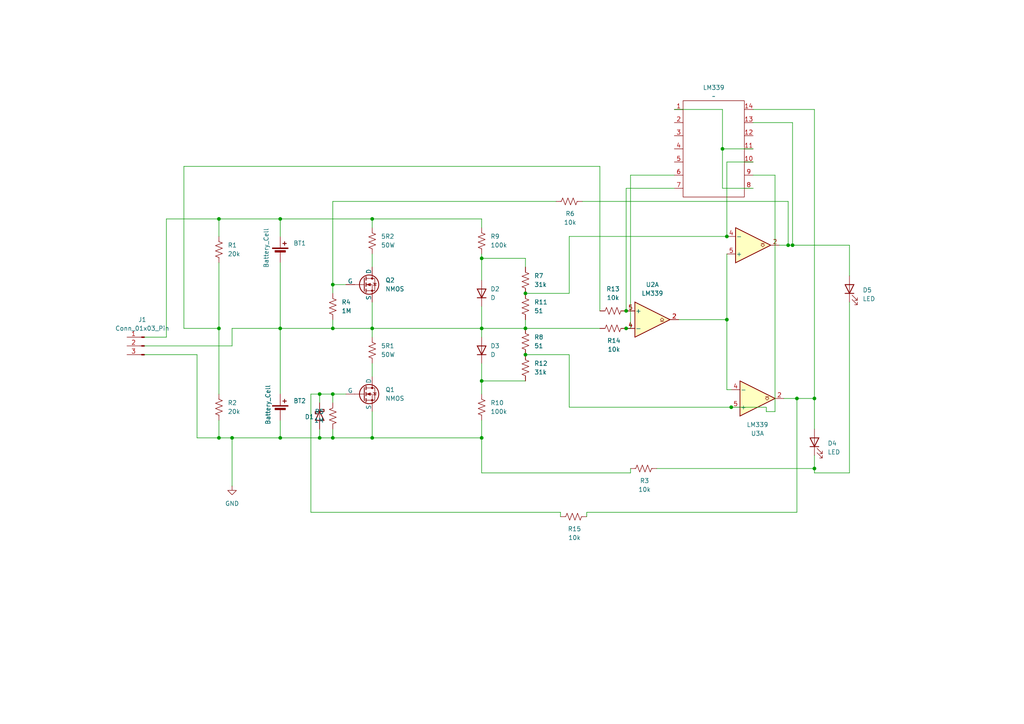
<source format=kicad_sch>
(kicad_sch
	(version 20231120)
	(generator "eeschema")
	(generator_version "8.0")
	(uuid "44a822cc-86ec-406a-9cd8-0e82a122ad4c")
	(paper "A4")
	(lib_symbols
		(symbol "Comparator:LM339"
			(pin_names
				(offset 0.127)
			)
			(exclude_from_sim no)
			(in_bom yes)
			(on_board yes)
			(property "Reference" "U"
				(at 0 5.08 0)
				(effects
					(font
						(size 1.27 1.27)
					)
					(justify left)
				)
			)
			(property "Value" "LM339"
				(at 0 -5.08 0)
				(effects
					(font
						(size 1.27 1.27)
					)
					(justify left)
				)
			)
			(property "Footprint" ""
				(at -1.27 2.54 0)
				(effects
					(font
						(size 1.27 1.27)
					)
					(hide yes)
				)
			)
			(property "Datasheet" "https://www.st.com/resource/en/datasheet/lm139.pdf"
				(at 1.27 5.08 0)
				(effects
					(font
						(size 1.27 1.27)
					)
					(hide yes)
				)
			)
			(property "Description" "Quad Differential Comparators, SOIC-14/TSSOP-14"
				(at 0 0 0)
				(effects
					(font
						(size 1.27 1.27)
					)
					(hide yes)
				)
			)
			(property "ki_locked" ""
				(at 0 0 0)
				(effects
					(font
						(size 1.27 1.27)
					)
				)
			)
			(property "ki_keywords" "cmp open collector"
				(at 0 0 0)
				(effects
					(font
						(size 1.27 1.27)
					)
					(hide yes)
				)
			)
			(property "ki_fp_filters" "SOIC*3.9x8.7mm*P1.27mm* TSSOP*4.4x5mm*P0.65mm*"
				(at 0 0 0)
				(effects
					(font
						(size 1.27 1.27)
					)
					(hide yes)
				)
			)
			(symbol "LM339_1_1"
				(polyline
					(pts
						(xy -5.08 5.08) (xy 5.08 0) (xy -5.08 -5.08) (xy -5.08 5.08)
					)
					(stroke
						(width 0.254)
						(type default)
					)
					(fill
						(type background)
					)
				)
				(polyline
					(pts
						(xy 3.302 -0.508) (xy 2.794 -0.508) (xy 3.302 0) (xy 2.794 0.508) (xy 2.286 0) (xy 2.794 -0.508)
						(xy 2.286 -0.508)
					)
					(stroke
						(width 0.127)
						(type default)
					)
					(fill
						(type none)
					)
				)
				(pin open_collector line
					(at 7.62 0 180)
					(length 2.54)
					(name "~"
						(effects
							(font
								(size 1.27 1.27)
							)
						)
					)
					(number "2"
						(effects
							(font
								(size 1.27 1.27)
							)
						)
					)
				)
				(pin input line
					(at -7.62 -2.54 0)
					(length 2.54)
					(name "-"
						(effects
							(font
								(size 1.27 1.27)
							)
						)
					)
					(number "4"
						(effects
							(font
								(size 1.27 1.27)
							)
						)
					)
				)
				(pin input line
					(at -7.62 2.54 0)
					(length 2.54)
					(name "+"
						(effects
							(font
								(size 1.27 1.27)
							)
						)
					)
					(number "5"
						(effects
							(font
								(size 1.27 1.27)
							)
						)
					)
				)
			)
			(symbol "LM339_2_1"
				(polyline
					(pts
						(xy -5.08 5.08) (xy 5.08 0) (xy -5.08 -5.08) (xy -5.08 5.08)
					)
					(stroke
						(width 0.254)
						(type default)
					)
					(fill
						(type background)
					)
				)
				(polyline
					(pts
						(xy 3.302 -0.508) (xy 2.794 -0.508) (xy 3.302 0) (xy 2.794 0.508) (xy 2.286 0) (xy 2.794 -0.508)
						(xy 2.286 -0.508)
					)
					(stroke
						(width 0.127)
						(type default)
					)
					(fill
						(type none)
					)
				)
				(pin open_collector line
					(at 7.62 0 180)
					(length 2.54)
					(name "~"
						(effects
							(font
								(size 1.27 1.27)
							)
						)
					)
					(number "1"
						(effects
							(font
								(size 1.27 1.27)
							)
						)
					)
				)
				(pin input line
					(at -7.62 -2.54 0)
					(length 2.54)
					(name "-"
						(effects
							(font
								(size 1.27 1.27)
							)
						)
					)
					(number "6"
						(effects
							(font
								(size 1.27 1.27)
							)
						)
					)
				)
				(pin input line
					(at -7.62 2.54 0)
					(length 2.54)
					(name "+"
						(effects
							(font
								(size 1.27 1.27)
							)
						)
					)
					(number "7"
						(effects
							(font
								(size 1.27 1.27)
							)
						)
					)
				)
			)
			(symbol "LM339_3_1"
				(polyline
					(pts
						(xy -5.08 5.08) (xy 5.08 0) (xy -5.08 -5.08) (xy -5.08 5.08)
					)
					(stroke
						(width 0.254)
						(type default)
					)
					(fill
						(type background)
					)
				)
				(polyline
					(pts
						(xy 3.302 -0.508) (xy 2.794 -0.508) (xy 3.302 0) (xy 2.794 0.508) (xy 2.286 0) (xy 2.794 -0.508)
						(xy 2.286 -0.508)
					)
					(stroke
						(width 0.127)
						(type default)
					)
					(fill
						(type none)
					)
				)
				(pin input line
					(at -7.62 -2.54 0)
					(length 2.54)
					(name "-"
						(effects
							(font
								(size 1.27 1.27)
							)
						)
					)
					(number "10"
						(effects
							(font
								(size 1.27 1.27)
							)
						)
					)
				)
				(pin input line
					(at -7.62 2.54 0)
					(length 2.54)
					(name "+"
						(effects
							(font
								(size 1.27 1.27)
							)
						)
					)
					(number "11"
						(effects
							(font
								(size 1.27 1.27)
							)
						)
					)
				)
				(pin open_collector line
					(at 7.62 0 180)
					(length 2.54)
					(name "~"
						(effects
							(font
								(size 1.27 1.27)
							)
						)
					)
					(number "13"
						(effects
							(font
								(size 1.27 1.27)
							)
						)
					)
				)
			)
			(symbol "LM339_4_1"
				(polyline
					(pts
						(xy -5.08 5.08) (xy 5.08 0) (xy -5.08 -5.08) (xy -5.08 5.08)
					)
					(stroke
						(width 0.254)
						(type default)
					)
					(fill
						(type background)
					)
				)
				(polyline
					(pts
						(xy 3.302 -0.508) (xy 2.794 -0.508) (xy 3.302 0) (xy 2.794 0.508) (xy 2.286 0) (xy 2.794 -0.508)
						(xy 2.286 -0.508)
					)
					(stroke
						(width 0.127)
						(type default)
					)
					(fill
						(type none)
					)
				)
				(pin open_collector line
					(at 7.62 0 180)
					(length 2.54)
					(name "~"
						(effects
							(font
								(size 1.27 1.27)
							)
						)
					)
					(number "14"
						(effects
							(font
								(size 1.27 1.27)
							)
						)
					)
				)
				(pin input line
					(at -7.62 -2.54 0)
					(length 2.54)
					(name "-"
						(effects
							(font
								(size 1.27 1.27)
							)
						)
					)
					(number "8"
						(effects
							(font
								(size 1.27 1.27)
							)
						)
					)
				)
				(pin input line
					(at -7.62 2.54 0)
					(length 2.54)
					(name "+"
						(effects
							(font
								(size 1.27 1.27)
							)
						)
					)
					(number "9"
						(effects
							(font
								(size 1.27 1.27)
							)
						)
					)
				)
			)
			(symbol "LM339_5_1"
				(pin power_in line
					(at -2.54 -7.62 90)
					(length 3.81)
					(name "V-"
						(effects
							(font
								(size 1.27 1.27)
							)
						)
					)
					(number "12"
						(effects
							(font
								(size 1.27 1.27)
							)
						)
					)
				)
				(pin power_in line
					(at -2.54 7.62 270)
					(length 3.81)
					(name "V+"
						(effects
							(font
								(size 1.27 1.27)
							)
						)
					)
					(number "3"
						(effects
							(font
								(size 1.27 1.27)
							)
						)
					)
				)
			)
		)
		(symbol "Connector:Conn_01x03_Pin"
			(pin_names
				(offset 1.016) hide)
			(exclude_from_sim no)
			(in_bom yes)
			(on_board yes)
			(property "Reference" "J"
				(at 0 5.08 0)
				(effects
					(font
						(size 1.27 1.27)
					)
				)
			)
			(property "Value" "Conn_01x03_Pin"
				(at 0 -5.08 0)
				(effects
					(font
						(size 1.27 1.27)
					)
				)
			)
			(property "Footprint" ""
				(at 0 0 0)
				(effects
					(font
						(size 1.27 1.27)
					)
					(hide yes)
				)
			)
			(property "Datasheet" "~"
				(at 0 0 0)
				(effects
					(font
						(size 1.27 1.27)
					)
					(hide yes)
				)
			)
			(property "Description" "Generic connector, single row, 01x03, script generated"
				(at 0 0 0)
				(effects
					(font
						(size 1.27 1.27)
					)
					(hide yes)
				)
			)
			(property "ki_locked" ""
				(at 0 0 0)
				(effects
					(font
						(size 1.27 1.27)
					)
				)
			)
			(property "ki_keywords" "connector"
				(at 0 0 0)
				(effects
					(font
						(size 1.27 1.27)
					)
					(hide yes)
				)
			)
			(property "ki_fp_filters" "Connector*:*_1x??_*"
				(at 0 0 0)
				(effects
					(font
						(size 1.27 1.27)
					)
					(hide yes)
				)
			)
			(symbol "Conn_01x03_Pin_1_1"
				(polyline
					(pts
						(xy 1.27 -2.54) (xy 0.8636 -2.54)
					)
					(stroke
						(width 0.1524)
						(type default)
					)
					(fill
						(type none)
					)
				)
				(polyline
					(pts
						(xy 1.27 0) (xy 0.8636 0)
					)
					(stroke
						(width 0.1524)
						(type default)
					)
					(fill
						(type none)
					)
				)
				(polyline
					(pts
						(xy 1.27 2.54) (xy 0.8636 2.54)
					)
					(stroke
						(width 0.1524)
						(type default)
					)
					(fill
						(type none)
					)
				)
				(rectangle
					(start 0.8636 -2.413)
					(end 0 -2.667)
					(stroke
						(width 0.1524)
						(type default)
					)
					(fill
						(type outline)
					)
				)
				(rectangle
					(start 0.8636 0.127)
					(end 0 -0.127)
					(stroke
						(width 0.1524)
						(type default)
					)
					(fill
						(type outline)
					)
				)
				(rectangle
					(start 0.8636 2.667)
					(end 0 2.413)
					(stroke
						(width 0.1524)
						(type default)
					)
					(fill
						(type outline)
					)
				)
				(pin passive line
					(at 5.08 2.54 180)
					(length 3.81)
					(name "Pin_1"
						(effects
							(font
								(size 1.27 1.27)
							)
						)
					)
					(number "1"
						(effects
							(font
								(size 1.27 1.27)
							)
						)
					)
				)
				(pin passive line
					(at 5.08 0 180)
					(length 3.81)
					(name "Pin_2"
						(effects
							(font
								(size 1.27 1.27)
							)
						)
					)
					(number "2"
						(effects
							(font
								(size 1.27 1.27)
							)
						)
					)
				)
				(pin passive line
					(at 5.08 -2.54 180)
					(length 3.81)
					(name "Pin_3"
						(effects
							(font
								(size 1.27 1.27)
							)
						)
					)
					(number "3"
						(effects
							(font
								(size 1.27 1.27)
							)
						)
					)
				)
			)
		)
		(symbol "Device:Battery_Cell"
			(pin_numbers hide)
			(pin_names
				(offset 0) hide)
			(exclude_from_sim no)
			(in_bom yes)
			(on_board yes)
			(property "Reference" "BT"
				(at 2.54 2.54 0)
				(effects
					(font
						(size 1.27 1.27)
					)
					(justify left)
				)
			)
			(property "Value" "Battery_Cell"
				(at 2.54 0 0)
				(effects
					(font
						(size 1.27 1.27)
					)
					(justify left)
				)
			)
			(property "Footprint" ""
				(at 0 1.524 90)
				(effects
					(font
						(size 1.27 1.27)
					)
					(hide yes)
				)
			)
			(property "Datasheet" "~"
				(at 0 1.524 90)
				(effects
					(font
						(size 1.27 1.27)
					)
					(hide yes)
				)
			)
			(property "Description" "Single-cell battery"
				(at 0 0 0)
				(effects
					(font
						(size 1.27 1.27)
					)
					(hide yes)
				)
			)
			(property "ki_keywords" "battery cell"
				(at 0 0 0)
				(effects
					(font
						(size 1.27 1.27)
					)
					(hide yes)
				)
			)
			(symbol "Battery_Cell_0_1"
				(rectangle
					(start -2.286 1.778)
					(end 2.286 1.524)
					(stroke
						(width 0)
						(type default)
					)
					(fill
						(type outline)
					)
				)
				(rectangle
					(start -1.524 1.016)
					(end 1.524 0.508)
					(stroke
						(width 0)
						(type default)
					)
					(fill
						(type outline)
					)
				)
				(polyline
					(pts
						(xy 0 0.762) (xy 0 0)
					)
					(stroke
						(width 0)
						(type default)
					)
					(fill
						(type none)
					)
				)
				(polyline
					(pts
						(xy 0 1.778) (xy 0 2.54)
					)
					(stroke
						(width 0)
						(type default)
					)
					(fill
						(type none)
					)
				)
				(polyline
					(pts
						(xy 0.762 3.048) (xy 1.778 3.048)
					)
					(stroke
						(width 0.254)
						(type default)
					)
					(fill
						(type none)
					)
				)
				(polyline
					(pts
						(xy 1.27 3.556) (xy 1.27 2.54)
					)
					(stroke
						(width 0.254)
						(type default)
					)
					(fill
						(type none)
					)
				)
			)
			(symbol "Battery_Cell_1_1"
				(pin passive line
					(at 0 5.08 270)
					(length 2.54)
					(name "+"
						(effects
							(font
								(size 1.27 1.27)
							)
						)
					)
					(number "1"
						(effects
							(font
								(size 1.27 1.27)
							)
						)
					)
				)
				(pin passive line
					(at 0 -2.54 90)
					(length 2.54)
					(name "-"
						(effects
							(font
								(size 1.27 1.27)
							)
						)
					)
					(number "2"
						(effects
							(font
								(size 1.27 1.27)
							)
						)
					)
				)
			)
		)
		(symbol "Device:D"
			(pin_numbers hide)
			(pin_names
				(offset 1.016) hide)
			(exclude_from_sim no)
			(in_bom yes)
			(on_board yes)
			(property "Reference" "D"
				(at 0 2.54 0)
				(effects
					(font
						(size 1.27 1.27)
					)
				)
			)
			(property "Value" "D"
				(at 0 -2.54 0)
				(effects
					(font
						(size 1.27 1.27)
					)
				)
			)
			(property "Footprint" ""
				(at 0 0 0)
				(effects
					(font
						(size 1.27 1.27)
					)
					(hide yes)
				)
			)
			(property "Datasheet" "~"
				(at 0 0 0)
				(effects
					(font
						(size 1.27 1.27)
					)
					(hide yes)
				)
			)
			(property "Description" "Diode"
				(at 0 0 0)
				(effects
					(font
						(size 1.27 1.27)
					)
					(hide yes)
				)
			)
			(property "Sim.Device" "D"
				(at 0 0 0)
				(effects
					(font
						(size 1.27 1.27)
					)
					(hide yes)
				)
			)
			(property "Sim.Pins" "1=K 2=A"
				(at 0 0 0)
				(effects
					(font
						(size 1.27 1.27)
					)
					(hide yes)
				)
			)
			(property "ki_keywords" "diode"
				(at 0 0 0)
				(effects
					(font
						(size 1.27 1.27)
					)
					(hide yes)
				)
			)
			(property "ki_fp_filters" "TO-???* *_Diode_* *SingleDiode* D_*"
				(at 0 0 0)
				(effects
					(font
						(size 1.27 1.27)
					)
					(hide yes)
				)
			)
			(symbol "D_0_1"
				(polyline
					(pts
						(xy -1.27 1.27) (xy -1.27 -1.27)
					)
					(stroke
						(width 0.254)
						(type default)
					)
					(fill
						(type none)
					)
				)
				(polyline
					(pts
						(xy 1.27 0) (xy -1.27 0)
					)
					(stroke
						(width 0)
						(type default)
					)
					(fill
						(type none)
					)
				)
				(polyline
					(pts
						(xy 1.27 1.27) (xy 1.27 -1.27) (xy -1.27 0) (xy 1.27 1.27)
					)
					(stroke
						(width 0.254)
						(type default)
					)
					(fill
						(type none)
					)
				)
			)
			(symbol "D_1_1"
				(pin passive line
					(at -3.81 0 0)
					(length 2.54)
					(name "K"
						(effects
							(font
								(size 1.27 1.27)
							)
						)
					)
					(number "1"
						(effects
							(font
								(size 1.27 1.27)
							)
						)
					)
				)
				(pin passive line
					(at 3.81 0 180)
					(length 2.54)
					(name "A"
						(effects
							(font
								(size 1.27 1.27)
							)
						)
					)
					(number "2"
						(effects
							(font
								(size 1.27 1.27)
							)
						)
					)
				)
			)
		)
		(symbol "Device:D_Schottky"
			(pin_numbers hide)
			(pin_names
				(offset 1.016) hide)
			(exclude_from_sim no)
			(in_bom yes)
			(on_board yes)
			(property "Reference" "D"
				(at 0 2.54 0)
				(effects
					(font
						(size 1.27 1.27)
					)
				)
			)
			(property "Value" "D_Schottky"
				(at 0 -2.54 0)
				(effects
					(font
						(size 1.27 1.27)
					)
				)
			)
			(property "Footprint" ""
				(at 0 0 0)
				(effects
					(font
						(size 1.27 1.27)
					)
					(hide yes)
				)
			)
			(property "Datasheet" "~"
				(at 0 0 0)
				(effects
					(font
						(size 1.27 1.27)
					)
					(hide yes)
				)
			)
			(property "Description" "Schottky diode"
				(at 0 0 0)
				(effects
					(font
						(size 1.27 1.27)
					)
					(hide yes)
				)
			)
			(property "ki_keywords" "diode Schottky"
				(at 0 0 0)
				(effects
					(font
						(size 1.27 1.27)
					)
					(hide yes)
				)
			)
			(property "ki_fp_filters" "TO-???* *_Diode_* *SingleDiode* D_*"
				(at 0 0 0)
				(effects
					(font
						(size 1.27 1.27)
					)
					(hide yes)
				)
			)
			(symbol "D_Schottky_0_1"
				(polyline
					(pts
						(xy 1.27 0) (xy -1.27 0)
					)
					(stroke
						(width 0)
						(type default)
					)
					(fill
						(type none)
					)
				)
				(polyline
					(pts
						(xy 1.27 1.27) (xy 1.27 -1.27) (xy -1.27 0) (xy 1.27 1.27)
					)
					(stroke
						(width 0.254)
						(type default)
					)
					(fill
						(type none)
					)
				)
				(polyline
					(pts
						(xy -1.905 0.635) (xy -1.905 1.27) (xy -1.27 1.27) (xy -1.27 -1.27) (xy -0.635 -1.27) (xy -0.635 -0.635)
					)
					(stroke
						(width 0.254)
						(type default)
					)
					(fill
						(type none)
					)
				)
			)
			(symbol "D_Schottky_1_1"
				(pin passive line
					(at -3.81 0 0)
					(length 2.54)
					(name "K"
						(effects
							(font
								(size 1.27 1.27)
							)
						)
					)
					(number "1"
						(effects
							(font
								(size 1.27 1.27)
							)
						)
					)
				)
				(pin passive line
					(at 3.81 0 180)
					(length 2.54)
					(name "A"
						(effects
							(font
								(size 1.27 1.27)
							)
						)
					)
					(number "2"
						(effects
							(font
								(size 1.27 1.27)
							)
						)
					)
				)
			)
		)
		(symbol "Device:LED"
			(pin_numbers hide)
			(pin_names
				(offset 1.016) hide)
			(exclude_from_sim no)
			(in_bom yes)
			(on_board yes)
			(property "Reference" "D"
				(at 0 2.54 0)
				(effects
					(font
						(size 1.27 1.27)
					)
				)
			)
			(property "Value" "LED"
				(at 0 -2.54 0)
				(effects
					(font
						(size 1.27 1.27)
					)
				)
			)
			(property "Footprint" ""
				(at 0 0 0)
				(effects
					(font
						(size 1.27 1.27)
					)
					(hide yes)
				)
			)
			(property "Datasheet" "~"
				(at 0 0 0)
				(effects
					(font
						(size 1.27 1.27)
					)
					(hide yes)
				)
			)
			(property "Description" "Light emitting diode"
				(at 0 0 0)
				(effects
					(font
						(size 1.27 1.27)
					)
					(hide yes)
				)
			)
			(property "ki_keywords" "LED diode"
				(at 0 0 0)
				(effects
					(font
						(size 1.27 1.27)
					)
					(hide yes)
				)
			)
			(property "ki_fp_filters" "LED* LED_SMD:* LED_THT:*"
				(at 0 0 0)
				(effects
					(font
						(size 1.27 1.27)
					)
					(hide yes)
				)
			)
			(symbol "LED_0_1"
				(polyline
					(pts
						(xy -1.27 -1.27) (xy -1.27 1.27)
					)
					(stroke
						(width 0.254)
						(type default)
					)
					(fill
						(type none)
					)
				)
				(polyline
					(pts
						(xy -1.27 0) (xy 1.27 0)
					)
					(stroke
						(width 0)
						(type default)
					)
					(fill
						(type none)
					)
				)
				(polyline
					(pts
						(xy 1.27 -1.27) (xy 1.27 1.27) (xy -1.27 0) (xy 1.27 -1.27)
					)
					(stroke
						(width 0.254)
						(type default)
					)
					(fill
						(type none)
					)
				)
				(polyline
					(pts
						(xy -3.048 -0.762) (xy -4.572 -2.286) (xy -3.81 -2.286) (xy -4.572 -2.286) (xy -4.572 -1.524)
					)
					(stroke
						(width 0)
						(type default)
					)
					(fill
						(type none)
					)
				)
				(polyline
					(pts
						(xy -1.778 -0.762) (xy -3.302 -2.286) (xy -2.54 -2.286) (xy -3.302 -2.286) (xy -3.302 -1.524)
					)
					(stroke
						(width 0)
						(type default)
					)
					(fill
						(type none)
					)
				)
			)
			(symbol "LED_1_1"
				(pin passive line
					(at -3.81 0 0)
					(length 2.54)
					(name "K"
						(effects
							(font
								(size 1.27 1.27)
							)
						)
					)
					(number "1"
						(effects
							(font
								(size 1.27 1.27)
							)
						)
					)
				)
				(pin passive line
					(at 3.81 0 180)
					(length 2.54)
					(name "A"
						(effects
							(font
								(size 1.27 1.27)
							)
						)
					)
					(number "2"
						(effects
							(font
								(size 1.27 1.27)
							)
						)
					)
				)
			)
		)
		(symbol "Device:R_US"
			(pin_numbers hide)
			(pin_names
				(offset 0)
			)
			(exclude_from_sim no)
			(in_bom yes)
			(on_board yes)
			(property "Reference" "R"
				(at 2.54 0 90)
				(effects
					(font
						(size 1.27 1.27)
					)
				)
			)
			(property "Value" "R_US"
				(at -2.54 0 90)
				(effects
					(font
						(size 1.27 1.27)
					)
				)
			)
			(property "Footprint" ""
				(at 1.016 -0.254 90)
				(effects
					(font
						(size 1.27 1.27)
					)
					(hide yes)
				)
			)
			(property "Datasheet" "~"
				(at 0 0 0)
				(effects
					(font
						(size 1.27 1.27)
					)
					(hide yes)
				)
			)
			(property "Description" "Resistor, US symbol"
				(at 0 0 0)
				(effects
					(font
						(size 1.27 1.27)
					)
					(hide yes)
				)
			)
			(property "ki_keywords" "R res resistor"
				(at 0 0 0)
				(effects
					(font
						(size 1.27 1.27)
					)
					(hide yes)
				)
			)
			(property "ki_fp_filters" "R_*"
				(at 0 0 0)
				(effects
					(font
						(size 1.27 1.27)
					)
					(hide yes)
				)
			)
			(symbol "R_US_0_1"
				(polyline
					(pts
						(xy 0 -2.286) (xy 0 -2.54)
					)
					(stroke
						(width 0)
						(type default)
					)
					(fill
						(type none)
					)
				)
				(polyline
					(pts
						(xy 0 2.286) (xy 0 2.54)
					)
					(stroke
						(width 0)
						(type default)
					)
					(fill
						(type none)
					)
				)
				(polyline
					(pts
						(xy 0 -0.762) (xy 1.016 -1.143) (xy 0 -1.524) (xy -1.016 -1.905) (xy 0 -2.286)
					)
					(stroke
						(width 0)
						(type default)
					)
					(fill
						(type none)
					)
				)
				(polyline
					(pts
						(xy 0 0.762) (xy 1.016 0.381) (xy 0 0) (xy -1.016 -0.381) (xy 0 -0.762)
					)
					(stroke
						(width 0)
						(type default)
					)
					(fill
						(type none)
					)
				)
				(polyline
					(pts
						(xy 0 2.286) (xy 1.016 1.905) (xy 0 1.524) (xy -1.016 1.143) (xy 0 0.762)
					)
					(stroke
						(width 0)
						(type default)
					)
					(fill
						(type none)
					)
				)
			)
			(symbol "R_US_1_1"
				(pin passive line
					(at 0 3.81 270)
					(length 1.27)
					(name "~"
						(effects
							(font
								(size 1.27 1.27)
							)
						)
					)
					(number "1"
						(effects
							(font
								(size 1.27 1.27)
							)
						)
					)
				)
				(pin passive line
					(at 0 -3.81 90)
					(length 1.27)
					(name "~"
						(effects
							(font
								(size 1.27 1.27)
							)
						)
					)
					(number "2"
						(effects
							(font
								(size 1.27 1.27)
							)
						)
					)
				)
			)
		)
		(symbol "LM339_1"
			(exclude_from_sim no)
			(in_bom yes)
			(on_board yes)
			(property "Reference" "LM2"
				(at 0 35.56 0)
				(effects
					(font
						(size 1.27 1.27)
					)
				)
			)
			(property "Value" "~"
				(at 0 33.02 0)
				(effects
					(font
						(size 1.27 1.27)
					)
				)
			)
			(property "Footprint" "Package_SO:SOIC-14_3.9x8.7mm_P1.27mm"
				(at 0 1.524 0)
				(effects
					(font
						(size 1.27 1.27)
					)
					(hide yes)
				)
			)
			(property "Datasheet" ""
				(at 0 0 0)
				(effects
					(font
						(size 1.27 1.27)
					)
					(hide yes)
				)
			)
			(property "Description" ""
				(at 0 0 0)
				(effects
					(font
						(size 1.27 1.27)
					)
					(hide yes)
				)
			)
			(symbol "LM339_1_0_1"
				(rectangle
					(start -8.89 31.75)
					(end 8.89 3.81)
					(stroke
						(width 0)
						(type default)
					)
					(fill
						(type none)
					)
				)
			)
			(symbol "LM339_1_1_1"
				(pin output line
					(at -11.43 29.21 0)
					(length 2.54)
					(name ""
						(effects
							(font
								(size 1.27 1.27)
							)
						)
					)
					(number "1"
						(effects
							(font
								(size 1.27 1.27)
							)
						)
					)
				)
				(pin input line
					(at 11.43 13.97 180)
					(length 2.54)
					(name ""
						(effects
							(font
								(size 1.27 1.27)
							)
						)
					)
					(number "10"
						(effects
							(font
								(size 1.27 1.27)
							)
						)
					)
				)
				(pin input line
					(at 11.43 17.78 180)
					(length 2.54)
					(name ""
						(effects
							(font
								(size 1.27 1.27)
							)
						)
					)
					(number "11"
						(effects
							(font
								(size 1.27 1.27)
							)
						)
					)
				)
				(pin power_in line
					(at 11.43 21.59 180)
					(length 2.54)
					(name ""
						(effects
							(font
								(size 1.27 1.27)
							)
						)
					)
					(number "12"
						(effects
							(font
								(size 1.27 1.27)
							)
						)
					)
				)
				(pin output line
					(at 11.43 25.4 180)
					(length 2.54)
					(name ""
						(effects
							(font
								(size 1.27 1.27)
							)
						)
					)
					(number "13"
						(effects
							(font
								(size 1.27 1.27)
							)
						)
					)
				)
				(pin output line
					(at 11.43 29.21 180)
					(length 2.54)
					(name ""
						(effects
							(font
								(size 1.27 1.27)
							)
						)
					)
					(number "14"
						(effects
							(font
								(size 1.27 1.27)
							)
						)
					)
				)
				(pin output line
					(at -11.43 25.4 0)
					(length 2.54)
					(name ""
						(effects
							(font
								(size 1.27 1.27)
							)
						)
					)
					(number "2"
						(effects
							(font
								(size 1.27 1.27)
							)
						)
					)
				)
				(pin power_in line
					(at -11.43 21.59 0)
					(length 2.54)
					(name ""
						(effects
							(font
								(size 1.27 1.27)
							)
						)
					)
					(number "3"
						(effects
							(font
								(size 1.27 1.27)
							)
						)
					)
				)
				(pin input line
					(at -11.43 17.78 0)
					(length 2.54)
					(name ""
						(effects
							(font
								(size 1.27 1.27)
							)
						)
					)
					(number "4"
						(effects
							(font
								(size 1.27 1.27)
							)
						)
					)
				)
				(pin input line
					(at -11.43 13.97 0)
					(length 2.54)
					(name ""
						(effects
							(font
								(size 1.27 1.27)
							)
						)
					)
					(number "5"
						(effects
							(font
								(size 1.27 1.27)
							)
						)
					)
				)
				(pin input line
					(at -11.43 10.16 0)
					(length 2.54)
					(name ""
						(effects
							(font
								(size 1.27 1.27)
							)
						)
					)
					(number "6"
						(effects
							(font
								(size 1.27 1.27)
							)
						)
					)
				)
				(pin input line
					(at -11.43 6.35 0)
					(length 2.54)
					(name ""
						(effects
							(font
								(size 1.27 1.27)
							)
						)
					)
					(number "7"
						(effects
							(font
								(size 1.27 1.27)
							)
						)
					)
				)
				(pin input line
					(at 11.43 6.35 180)
					(length 2.54)
					(name ""
						(effects
							(font
								(size 1.27 1.27)
							)
						)
					)
					(number "8"
						(effects
							(font
								(size 1.27 1.27)
							)
						)
					)
				)
				(pin input line
					(at 11.43 10.16 180)
					(length 2.54)
					(name ""
						(effects
							(font
								(size 1.27 1.27)
							)
						)
					)
					(number "9"
						(effects
							(font
								(size 1.27 1.27)
							)
						)
					)
				)
			)
		)
		(symbol "Simulation_SPICE:NMOS"
			(pin_numbers hide)
			(pin_names
				(offset 0)
			)
			(exclude_from_sim no)
			(in_bom yes)
			(on_board yes)
			(property "Reference" "Q"
				(at 5.08 1.27 0)
				(effects
					(font
						(size 1.27 1.27)
					)
					(justify left)
				)
			)
			(property "Value" "NMOS"
				(at 5.08 -1.27 0)
				(effects
					(font
						(size 1.27 1.27)
					)
					(justify left)
				)
			)
			(property "Footprint" ""
				(at 5.08 2.54 0)
				(effects
					(font
						(size 1.27 1.27)
					)
					(hide yes)
				)
			)
			(property "Datasheet" "https://ngspice.sourceforge.io/docs/ngspice-html-manual/manual.xhtml#cha_MOSFETs"
				(at 0 -12.7 0)
				(effects
					(font
						(size 1.27 1.27)
					)
					(hide yes)
				)
			)
			(property "Description" "N-MOSFET transistor, drain/source/gate"
				(at 0 0 0)
				(effects
					(font
						(size 1.27 1.27)
					)
					(hide yes)
				)
			)
			(property "Sim.Device" "NMOS"
				(at 0 -17.145 0)
				(effects
					(font
						(size 1.27 1.27)
					)
					(hide yes)
				)
			)
			(property "Sim.Type" "VDMOS"
				(at 0 -19.05 0)
				(effects
					(font
						(size 1.27 1.27)
					)
					(hide yes)
				)
			)
			(property "Sim.Pins" "1=D 2=G 3=S"
				(at 0 -15.24 0)
				(effects
					(font
						(size 1.27 1.27)
					)
					(hide yes)
				)
			)
			(property "ki_keywords" "transistor NMOS N-MOS N-MOSFET simulation"
				(at 0 0 0)
				(effects
					(font
						(size 1.27 1.27)
					)
					(hide yes)
				)
			)
			(symbol "NMOS_0_1"
				(polyline
					(pts
						(xy 0.254 0) (xy -2.54 0)
					)
					(stroke
						(width 0)
						(type default)
					)
					(fill
						(type none)
					)
				)
				(polyline
					(pts
						(xy 0.254 1.905) (xy 0.254 -1.905)
					)
					(stroke
						(width 0.254)
						(type default)
					)
					(fill
						(type none)
					)
				)
				(polyline
					(pts
						(xy 0.762 -1.27) (xy 0.762 -2.286)
					)
					(stroke
						(width 0.254)
						(type default)
					)
					(fill
						(type none)
					)
				)
				(polyline
					(pts
						(xy 0.762 0.508) (xy 0.762 -0.508)
					)
					(stroke
						(width 0.254)
						(type default)
					)
					(fill
						(type none)
					)
				)
				(polyline
					(pts
						(xy 0.762 2.286) (xy 0.762 1.27)
					)
					(stroke
						(width 0.254)
						(type default)
					)
					(fill
						(type none)
					)
				)
				(polyline
					(pts
						(xy 2.54 2.54) (xy 2.54 1.778)
					)
					(stroke
						(width 0)
						(type default)
					)
					(fill
						(type none)
					)
				)
				(polyline
					(pts
						(xy 2.54 -2.54) (xy 2.54 0) (xy 0.762 0)
					)
					(stroke
						(width 0)
						(type default)
					)
					(fill
						(type none)
					)
				)
				(polyline
					(pts
						(xy 0.762 -1.778) (xy 3.302 -1.778) (xy 3.302 1.778) (xy 0.762 1.778)
					)
					(stroke
						(width 0)
						(type default)
					)
					(fill
						(type none)
					)
				)
				(polyline
					(pts
						(xy 1.016 0) (xy 2.032 0.381) (xy 2.032 -0.381) (xy 1.016 0)
					)
					(stroke
						(width 0)
						(type default)
					)
					(fill
						(type outline)
					)
				)
				(polyline
					(pts
						(xy 2.794 0.508) (xy 2.921 0.381) (xy 3.683 0.381) (xy 3.81 0.254)
					)
					(stroke
						(width 0)
						(type default)
					)
					(fill
						(type none)
					)
				)
				(polyline
					(pts
						(xy 3.302 0.381) (xy 2.921 -0.254) (xy 3.683 -0.254) (xy 3.302 0.381)
					)
					(stroke
						(width 0)
						(type default)
					)
					(fill
						(type none)
					)
				)
				(circle
					(center 1.651 0)
					(radius 2.794)
					(stroke
						(width 0.254)
						(type default)
					)
					(fill
						(type none)
					)
				)
				(circle
					(center 2.54 -1.778)
					(radius 0.254)
					(stroke
						(width 0)
						(type default)
					)
					(fill
						(type outline)
					)
				)
				(circle
					(center 2.54 1.778)
					(radius 0.254)
					(stroke
						(width 0)
						(type default)
					)
					(fill
						(type outline)
					)
				)
			)
			(symbol "NMOS_1_1"
				(pin passive line
					(at 2.54 5.08 270)
					(length 2.54)
					(name "D"
						(effects
							(font
								(size 1.27 1.27)
							)
						)
					)
					(number "1"
						(effects
							(font
								(size 1.27 1.27)
							)
						)
					)
				)
				(pin input line
					(at -5.08 0 0)
					(length 2.54)
					(name "G"
						(effects
							(font
								(size 1.27 1.27)
							)
						)
					)
					(number "2"
						(effects
							(font
								(size 1.27 1.27)
							)
						)
					)
				)
				(pin passive line
					(at 2.54 -5.08 90)
					(length 2.54)
					(name "S"
						(effects
							(font
								(size 1.27 1.27)
							)
						)
					)
					(number "3"
						(effects
							(font
								(size 1.27 1.27)
							)
						)
					)
				)
			)
		)
		(symbol "power:GND"
			(power)
			(pin_numbers hide)
			(pin_names
				(offset 0) hide)
			(exclude_from_sim no)
			(in_bom yes)
			(on_board yes)
			(property "Reference" "#PWR"
				(at 0 -6.35 0)
				(effects
					(font
						(size 1.27 1.27)
					)
					(hide yes)
				)
			)
			(property "Value" "GND"
				(at 0 -3.81 0)
				(effects
					(font
						(size 1.27 1.27)
					)
				)
			)
			(property "Footprint" ""
				(at 0 0 0)
				(effects
					(font
						(size 1.27 1.27)
					)
					(hide yes)
				)
			)
			(property "Datasheet" ""
				(at 0 0 0)
				(effects
					(font
						(size 1.27 1.27)
					)
					(hide yes)
				)
			)
			(property "Description" "Power symbol creates a global label with name \"GND\" , ground"
				(at 0 0 0)
				(effects
					(font
						(size 1.27 1.27)
					)
					(hide yes)
				)
			)
			(property "ki_keywords" "global power"
				(at 0 0 0)
				(effects
					(font
						(size 1.27 1.27)
					)
					(hide yes)
				)
			)
			(symbol "GND_0_1"
				(polyline
					(pts
						(xy 0 0) (xy 0 -1.27) (xy 1.27 -1.27) (xy 0 -2.54) (xy -1.27 -1.27) (xy 0 -1.27)
					)
					(stroke
						(width 0)
						(type default)
					)
					(fill
						(type none)
					)
				)
			)
			(symbol "GND_1_1"
				(pin power_in line
					(at 0 0 270)
					(length 0)
					(name "~"
						(effects
							(font
								(size 1.27 1.27)
							)
						)
					)
					(number "1"
						(effects
							(font
								(size 1.27 1.27)
							)
						)
					)
				)
			)
		)
	)
	(junction
		(at 67.31 127)
		(diameter 0)
		(color 0 0 0 0)
		(uuid "1486efd6-8948-4db6-abb2-0934ef69de28")
	)
	(junction
		(at 236.22 115.57)
		(diameter 0)
		(color 0 0 0 0)
		(uuid "16dcfdc4-ad3d-4913-aced-e3aa7eda849e")
	)
	(junction
		(at 209.55 43.18)
		(diameter 0)
		(color 0 0 0 0)
		(uuid "1a5331d4-1bd0-4810-9c9b-b466546d8b79")
	)
	(junction
		(at 107.95 95.25)
		(diameter 0)
		(color 0 0 0 0)
		(uuid "1b2d1068-0a68-4a69-a4d7-6e52de973783")
	)
	(junction
		(at 107.95 127)
		(diameter 0)
		(color 0 0 0 0)
		(uuid "243cde80-8b04-47c1-a95d-56336278beda")
	)
	(junction
		(at 63.5 63.5)
		(diameter 0)
		(color 0 0 0 0)
		(uuid "3025519c-157b-4749-8558-13303c5f1a61")
	)
	(junction
		(at 81.28 95.25)
		(diameter 0)
		(color 0 0 0 0)
		(uuid "3489424a-df4a-49be-be59-a66cacd62c7b")
	)
	(junction
		(at 228.6 71.12)
		(diameter 0)
		(color 0 0 0 0)
		(uuid "3575764c-e4af-4265-93e3-63ef141278bc")
	)
	(junction
		(at 212.09 118.11)
		(diameter 0)
		(color 0 0 0 0)
		(uuid "3e6f2029-fa97-401d-9b2b-a6442385c2a2")
	)
	(junction
		(at 139.7 74.93)
		(diameter 0)
		(color 0 0 0 0)
		(uuid "5f10a7c2-7fa3-468c-9bde-f476a0d86f8a")
	)
	(junction
		(at 96.52 95.25)
		(diameter 0)
		(color 0 0 0 0)
		(uuid "70523663-1cea-4acc-84de-e64b39286976")
	)
	(junction
		(at 152.4 102.87)
		(diameter 0)
		(color 0 0 0 0)
		(uuid "74354d66-18cb-4334-8886-d9bfdd58bde9")
	)
	(junction
		(at 63.5 127)
		(diameter 0)
		(color 0 0 0 0)
		(uuid "76770315-4f3e-442a-8b91-eec9c3b50f0e")
	)
	(junction
		(at 92.71 114.3)
		(diameter 0)
		(color 0 0 0 0)
		(uuid "7f8b81f0-e397-4fdc-99cb-25fc7aad305d")
	)
	(junction
		(at 181.61 90.17)
		(diameter 0)
		(color 0 0 0 0)
		(uuid "809ace9a-b258-4ab7-a8af-bdc39c34e1b6")
	)
	(junction
		(at 63.5 95.25)
		(diameter 0)
		(color 0 0 0 0)
		(uuid "85e31c38-31ab-4f00-89bf-6c8c23fe50ad")
	)
	(junction
		(at 81.28 127)
		(diameter 0)
		(color 0 0 0 0)
		(uuid "87070ee9-6534-48ad-bd34-eb2ab650fada")
	)
	(junction
		(at 236.22 135.89)
		(diameter 0)
		(color 0 0 0 0)
		(uuid "885f6151-aadc-4b3f-8b9c-d9509b9189ca")
	)
	(junction
		(at 81.28 63.5)
		(diameter 0)
		(color 0 0 0 0)
		(uuid "8ec2fd89-76b9-4134-8ce7-7ba90a424192")
	)
	(junction
		(at 96.52 82.55)
		(diameter 0)
		(color 0 0 0 0)
		(uuid "974d17cb-9c06-4e4a-8ec0-48230185a214")
	)
	(junction
		(at 139.7 127)
		(diameter 0)
		(color 0 0 0 0)
		(uuid "9c26597e-bd9f-47bd-abf6-729867917d3e")
	)
	(junction
		(at 107.95 63.5)
		(diameter 0)
		(color 0 0 0 0)
		(uuid "9c470475-105e-45d8-bf07-38751dfe2c9f")
	)
	(junction
		(at 96.52 114.3)
		(diameter 0)
		(color 0 0 0 0)
		(uuid "9fa73b16-d899-40ff-8ea0-f5cdbfdffd7d")
	)
	(junction
		(at 231.14 115.57)
		(diameter 0)
		(color 0 0 0 0)
		(uuid "a4c348b5-603c-423b-8014-7e70d80985f8")
	)
	(junction
		(at 210.82 68.58)
		(diameter 0)
		(color 0 0 0 0)
		(uuid "a9bb6db9-6081-4437-ba02-400e8e8a8b3f")
	)
	(junction
		(at 152.4 95.25)
		(diameter 0)
		(color 0 0 0 0)
		(uuid "aad2d56f-a477-4c1f-bb61-867941adeced")
	)
	(junction
		(at 229.87 71.12)
		(diameter 0)
		(color 0 0 0 0)
		(uuid "ab765df6-0824-4b56-912f-1e3dc64781f1")
	)
	(junction
		(at 210.82 92.71)
		(diameter 0)
		(color 0 0 0 0)
		(uuid "b0ae6618-8f38-4a19-b089-fc74950e2654")
	)
	(junction
		(at 181.61 95.25)
		(diameter 0)
		(color 0 0 0 0)
		(uuid "badc44c6-14b4-444a-ba48-c7e604e0967c")
	)
	(junction
		(at 152.4 85.09)
		(diameter 0)
		(color 0 0 0 0)
		(uuid "bf535948-ba2e-499d-a3e5-ece19009d8a9")
	)
	(junction
		(at 139.7 95.25)
		(diameter 0)
		(color 0 0 0 0)
		(uuid "c75d4e82-699e-43b9-8f5d-49d9b767d78c")
	)
	(junction
		(at 139.7 110.49)
		(diameter 0)
		(color 0 0 0 0)
		(uuid "c85c517f-786c-4154-87c6-257a87556176")
	)
	(junction
		(at 92.71 127)
		(diameter 0)
		(color 0 0 0 0)
		(uuid "d199574c-1760-4c31-b323-7d19cd28f791")
	)
	(junction
		(at 96.52 127)
		(diameter 0)
		(color 0 0 0 0)
		(uuid "d19e1ebb-331b-4f7f-9be0-437a41b7194e")
	)
	(wire
		(pts
			(xy 67.31 95.25) (xy 67.31 100.33)
		)
		(stroke
			(width 0)
			(type default)
		)
		(uuid "0296b676-c9c1-4a28-bd7b-c4f3c927c1fa")
	)
	(wire
		(pts
			(xy 196.85 92.71) (xy 210.82 92.71)
		)
		(stroke
			(width 0)
			(type default)
		)
		(uuid "0408673e-dc07-4834-b3b0-6bb7f8d3aa15")
	)
	(wire
		(pts
			(xy 182.88 137.16) (xy 182.88 135.89)
		)
		(stroke
			(width 0)
			(type default)
		)
		(uuid "06114457-aa45-4fbc-a62f-acd5d52d615d")
	)
	(wire
		(pts
			(xy 139.7 121.92) (xy 139.7 127)
		)
		(stroke
			(width 0)
			(type default)
		)
		(uuid "06f86900-405b-44ca-b587-11f9eb661ac0")
	)
	(wire
		(pts
			(xy 236.22 31.75) (xy 218.44 31.75)
		)
		(stroke
			(width 0)
			(type default)
		)
		(uuid "070572e0-7229-4b85-a227-4014a1353d9b")
	)
	(wire
		(pts
			(xy 227.33 115.57) (xy 231.14 115.57)
		)
		(stroke
			(width 0)
			(type default)
		)
		(uuid "0ace3d2c-3128-4bc5-8b9c-1497a529e016")
	)
	(wire
		(pts
			(xy 165.1 118.11) (xy 165.1 102.87)
		)
		(stroke
			(width 0)
			(type default)
		)
		(uuid "139ef714-5696-42d0-ba20-db418387e745")
	)
	(wire
		(pts
			(xy 81.28 121.92) (xy 81.28 127)
		)
		(stroke
			(width 0)
			(type default)
		)
		(uuid "142d7bd1-c25a-40d3-acfd-61b76ba3ba49")
	)
	(wire
		(pts
			(xy 96.52 124.46) (xy 96.52 127)
		)
		(stroke
			(width 0)
			(type default)
		)
		(uuid "1526f419-ce57-410b-b542-e3af087c15c4")
	)
	(wire
		(pts
			(xy 165.1 102.87) (xy 152.4 102.87)
		)
		(stroke
			(width 0)
			(type default)
		)
		(uuid "16155117-aa87-4854-9b02-6b08940a0fcf")
	)
	(wire
		(pts
			(xy 139.7 74.93) (xy 139.7 81.28)
		)
		(stroke
			(width 0)
			(type default)
		)
		(uuid "16bf3d72-e28a-473f-a193-43db5ea45635")
	)
	(wire
		(pts
			(xy 165.1 118.11) (xy 212.09 118.11)
		)
		(stroke
			(width 0)
			(type default)
		)
		(uuid "1e62baf9-edca-4772-875b-fc8bcf3807ae")
	)
	(wire
		(pts
			(xy 229.87 35.56) (xy 229.87 71.12)
		)
		(stroke
			(width 0)
			(type default)
		)
		(uuid "1e71a74c-5dca-4abf-9c00-858f30b3a797")
	)
	(wire
		(pts
			(xy 218.44 50.8) (xy 224.79 50.8)
		)
		(stroke
			(width 0)
			(type default)
		)
		(uuid "26e4180c-bd26-4190-a8fe-b306e45d92a1")
	)
	(wire
		(pts
			(xy 152.4 95.25) (xy 139.7 95.25)
		)
		(stroke
			(width 0)
			(type default)
		)
		(uuid "28202708-bf86-4831-b5e2-0d13d5b9ae75")
	)
	(wire
		(pts
			(xy 246.38 87.63) (xy 246.38 137.16)
		)
		(stroke
			(width 0)
			(type default)
		)
		(uuid "29eec0c3-c00d-49f8-9f90-cdd698b6e6f9")
	)
	(wire
		(pts
			(xy 209.55 43.18) (xy 218.44 43.18)
		)
		(stroke
			(width 0)
			(type default)
		)
		(uuid "2a24e7af-7a1f-4e22-8547-32e6772ba1f1")
	)
	(wire
		(pts
			(xy 222.25 119.38) (xy 224.79 119.38)
		)
		(stroke
			(width 0)
			(type default)
		)
		(uuid "2aabd1d1-8c19-4618-ae9c-3c055388a0a4")
	)
	(wire
		(pts
			(xy 139.7 110.49) (xy 152.4 110.49)
		)
		(stroke
			(width 0)
			(type default)
		)
		(uuid "2b0885c4-b4d9-4f30-8f6a-7bfd7a15cd61")
	)
	(wire
		(pts
			(xy 222.25 119.38) (xy 222.25 118.11)
		)
		(stroke
			(width 0)
			(type default)
		)
		(uuid "2c3c3d93-3bb6-4ac2-90ec-da77085afabc")
	)
	(wire
		(pts
			(xy 222.25 118.11) (xy 212.09 118.11)
		)
		(stroke
			(width 0)
			(type default)
		)
		(uuid "2cd4a114-9f25-43a5-8d7b-cc27a45cb9ca")
	)
	(wire
		(pts
			(xy 231.14 115.57) (xy 231.14 148.59)
		)
		(stroke
			(width 0)
			(type default)
		)
		(uuid "327ce860-5acf-4755-9e1d-d203a8056077")
	)
	(wire
		(pts
			(xy 41.91 97.79) (xy 48.26 97.79)
		)
		(stroke
			(width 0)
			(type default)
		)
		(uuid "36a32cf1-7dfe-400b-b121-24156383ce22")
	)
	(wire
		(pts
			(xy 162.56 148.59) (xy 162.56 149.86)
		)
		(stroke
			(width 0)
			(type default)
		)
		(uuid "37e43b26-ac74-4edf-9b30-e173b0f32dca")
	)
	(wire
		(pts
			(xy 63.5 76.2) (xy 63.5 95.25)
		)
		(stroke
			(width 0)
			(type default)
		)
		(uuid "38a34348-1d7a-43be-b46a-e84466c8399b")
	)
	(wire
		(pts
			(xy 236.22 115.57) (xy 236.22 124.46)
		)
		(stroke
			(width 0)
			(type default)
		)
		(uuid "38d8ec1f-7906-4fa9-a9cb-5106da86ecc9")
	)
	(wire
		(pts
			(xy 246.38 71.12) (xy 246.38 80.01)
		)
		(stroke
			(width 0)
			(type default)
		)
		(uuid "3c8c86fb-a1b1-4a6c-841e-4b88006c5a40")
	)
	(wire
		(pts
			(xy 107.95 95.25) (xy 139.7 95.25)
		)
		(stroke
			(width 0)
			(type default)
		)
		(uuid "3e968370-d394-407c-a2ca-b3fc9e8ca875")
	)
	(wire
		(pts
			(xy 96.52 114.3) (xy 100.33 114.3)
		)
		(stroke
			(width 0)
			(type default)
		)
		(uuid "404525ce-64d0-4c7c-9fb0-f00b6257b25d")
	)
	(wire
		(pts
			(xy 96.52 82.55) (xy 100.33 82.55)
		)
		(stroke
			(width 0)
			(type default)
		)
		(uuid "45f90090-30cc-4025-97d0-2dbe0c30e58b")
	)
	(wire
		(pts
			(xy 96.52 92.71) (xy 96.52 95.25)
		)
		(stroke
			(width 0)
			(type default)
		)
		(uuid "48c2ddbc-e63e-422c-80aa-7d3a6dc18e88")
	)
	(wire
		(pts
			(xy 236.22 115.57) (xy 231.14 115.57)
		)
		(stroke
			(width 0)
			(type default)
		)
		(uuid "4d291f7d-a17c-4d1c-8460-99c9095f4a0f")
	)
	(wire
		(pts
			(xy 218.44 35.56) (xy 229.87 35.56)
		)
		(stroke
			(width 0)
			(type default)
		)
		(uuid "4e1c9659-3ab5-42d9-91e1-ce535a050fd5")
	)
	(wire
		(pts
			(xy 165.1 85.09) (xy 152.4 85.09)
		)
		(stroke
			(width 0)
			(type default)
		)
		(uuid "4e78d8fe-fa1b-4428-a4d4-521e696326e3")
	)
	(wire
		(pts
			(xy 81.28 76.2) (xy 81.28 95.25)
		)
		(stroke
			(width 0)
			(type default)
		)
		(uuid "4e830430-9f8d-46ae-8bff-9009e0c85098")
	)
	(wire
		(pts
			(xy 67.31 140.97) (xy 67.31 127)
		)
		(stroke
			(width 0)
			(type default)
		)
		(uuid "4ec04810-34b4-4525-b3fb-9e16a32d5746")
	)
	(wire
		(pts
			(xy 90.17 148.59) (xy 162.56 148.59)
		)
		(stroke
			(width 0)
			(type default)
		)
		(uuid "53259024-274b-4dbd-a443-e040f03fced5")
	)
	(wire
		(pts
			(xy 210.82 46.99) (xy 210.82 68.58)
		)
		(stroke
			(width 0)
			(type default)
		)
		(uuid "55b1018d-1e6b-44dd-9100-3406cb3564ad")
	)
	(wire
		(pts
			(xy 236.22 135.89) (xy 236.22 137.16)
		)
		(stroke
			(width 0)
			(type default)
		)
		(uuid "55f5eead-d4d5-4597-bc8c-8036caed4209")
	)
	(wire
		(pts
			(xy 228.6 71.12) (xy 229.87 71.12)
		)
		(stroke
			(width 0)
			(type default)
		)
		(uuid "57a70b7d-ef3c-4de9-b41a-8c5c6bec3000")
	)
	(wire
		(pts
			(xy 81.28 95.25) (xy 81.28 114.3)
		)
		(stroke
			(width 0)
			(type default)
		)
		(uuid "580fbbe3-5a82-4155-b93f-c9d2b87f9775")
	)
	(wire
		(pts
			(xy 92.71 127) (xy 96.52 127)
		)
		(stroke
			(width 0)
			(type default)
		)
		(uuid "58d41e37-4167-4a25-b249-fac0db4eb341")
	)
	(wire
		(pts
			(xy 139.7 105.41) (xy 139.7 110.49)
		)
		(stroke
			(width 0)
			(type default)
		)
		(uuid "5af8e1f3-6808-4e99-86fe-d43a198419f4")
	)
	(wire
		(pts
			(xy 152.4 77.47) (xy 152.4 74.93)
		)
		(stroke
			(width 0)
			(type default)
		)
		(uuid "5c655fc5-480f-4ad9-be2f-8e82031260c1")
	)
	(wire
		(pts
			(xy 96.52 58.42) (xy 161.29 58.42)
		)
		(stroke
			(width 0)
			(type default)
		)
		(uuid "5d6afd37-6f7c-436e-984f-43adece386f6")
	)
	(wire
		(pts
			(xy 173.99 48.26) (xy 53.34 48.26)
		)
		(stroke
			(width 0)
			(type default)
		)
		(uuid "5df6bda5-3422-4afe-836a-f94e9ec7e905")
	)
	(wire
		(pts
			(xy 41.91 102.87) (xy 57.15 102.87)
		)
		(stroke
			(width 0)
			(type default)
		)
		(uuid "6086642b-eb8f-4e7b-a7da-53eaeecc64bc")
	)
	(wire
		(pts
			(xy 53.34 48.26) (xy 53.34 95.25)
		)
		(stroke
			(width 0)
			(type default)
		)
		(uuid "61ff7ed6-0ca2-421f-b5c5-764a3152f3fe")
	)
	(wire
		(pts
			(xy 210.82 92.71) (xy 210.82 113.03)
		)
		(stroke
			(width 0)
			(type default)
		)
		(uuid "68aca86b-ddaa-46ec-b00c-1a39447ffcb8")
	)
	(wire
		(pts
			(xy 90.17 114.3) (xy 90.17 148.59)
		)
		(stroke
			(width 0)
			(type default)
		)
		(uuid "6f1c945d-d499-4adb-83d9-d4d62b33cce3")
	)
	(wire
		(pts
			(xy 181.61 90.17) (xy 181.61 54.61)
		)
		(stroke
			(width 0)
			(type default)
		)
		(uuid "70114a2d-8d1f-474f-b4b6-e73a1e1bf625")
	)
	(wire
		(pts
			(xy 165.1 68.58) (xy 165.1 85.09)
		)
		(stroke
			(width 0)
			(type default)
		)
		(uuid "7234fe97-7a17-4e26-bcdb-8f67e2b8f9af")
	)
	(wire
		(pts
			(xy 226.06 71.12) (xy 228.6 71.12)
		)
		(stroke
			(width 0)
			(type default)
		)
		(uuid "7293832c-83ae-4752-8eb2-131659eec611")
	)
	(wire
		(pts
			(xy 67.31 100.33) (xy 41.91 100.33)
		)
		(stroke
			(width 0)
			(type default)
		)
		(uuid "76e72779-e0c3-4580-a378-c7519a3832db")
	)
	(wire
		(pts
			(xy 224.79 50.8) (xy 224.79 119.38)
		)
		(stroke
			(width 0)
			(type default)
		)
		(uuid "7b2ca2d2-e21e-42bf-b60b-7781bd99e887")
	)
	(wire
		(pts
			(xy 139.7 63.5) (xy 139.7 66.04)
		)
		(stroke
			(width 0)
			(type default)
		)
		(uuid "7be19ebe-8cbd-4799-85f2-1fbdd19ac2ac")
	)
	(wire
		(pts
			(xy 181.61 54.61) (xy 195.58 54.61)
		)
		(stroke
			(width 0)
			(type default)
		)
		(uuid "7c33ae4c-5b5a-440d-917f-2851c5a132f2")
	)
	(wire
		(pts
			(xy 107.95 73.66) (xy 107.95 77.47)
		)
		(stroke
			(width 0)
			(type default)
		)
		(uuid "7e5240f9-05f9-4a8a-bd67-7e5cc3b2b466")
	)
	(wire
		(pts
			(xy 139.7 73.66) (xy 139.7 74.93)
		)
		(stroke
			(width 0)
			(type default)
		)
		(uuid "7ec14335-aab9-4326-8567-9ab1b68e9a9d")
	)
	(wire
		(pts
			(xy 107.95 97.79) (xy 107.95 95.25)
		)
		(stroke
			(width 0)
			(type default)
		)
		(uuid "80a3c061-1818-48c0-ac24-14d7989584aa")
	)
	(wire
		(pts
			(xy 90.17 114.3) (xy 92.71 114.3)
		)
		(stroke
			(width 0)
			(type default)
		)
		(uuid "845daed0-6745-49b9-8a26-c453aa31118c")
	)
	(wire
		(pts
			(xy 139.7 88.9) (xy 139.7 95.25)
		)
		(stroke
			(width 0)
			(type default)
		)
		(uuid "853bfe17-de29-41d3-88b7-ac09dce1575e")
	)
	(wire
		(pts
			(xy 210.82 73.66) (xy 210.82 92.71)
		)
		(stroke
			(width 0)
			(type default)
		)
		(uuid "854e19e6-cf2e-4073-b306-082928afc11d")
	)
	(wire
		(pts
			(xy 48.26 97.79) (xy 48.26 63.5)
		)
		(stroke
			(width 0)
			(type default)
		)
		(uuid "85587bce-06b0-4c1c-9b96-97d445e9d590")
	)
	(wire
		(pts
			(xy 139.7 137.16) (xy 182.88 137.16)
		)
		(stroke
			(width 0)
			(type default)
		)
		(uuid "87347676-0960-4b6d-a306-5204c02b0d2c")
	)
	(wire
		(pts
			(xy 139.7 97.79) (xy 139.7 95.25)
		)
		(stroke
			(width 0)
			(type default)
		)
		(uuid "883c3669-a03a-473e-801b-a50e46817968")
	)
	(wire
		(pts
			(xy 181.61 95.25) (xy 182.88 95.25)
		)
		(stroke
			(width 0)
			(type default)
		)
		(uuid "8b70473a-2610-43d7-b166-4e64cca6cb1c")
	)
	(wire
		(pts
			(xy 63.5 63.5) (xy 81.28 63.5)
		)
		(stroke
			(width 0)
			(type default)
		)
		(uuid "8ce57934-93de-4ec9-9821-d02e2340b009")
	)
	(wire
		(pts
			(xy 209.55 31.75) (xy 209.55 43.18)
		)
		(stroke
			(width 0)
			(type default)
		)
		(uuid "8e583e1d-edb6-4ef4-97fd-49457b63b86e")
	)
	(wire
		(pts
			(xy 168.91 58.42) (xy 228.6 58.42)
		)
		(stroke
			(width 0)
			(type default)
		)
		(uuid "904627de-08d8-4e1d-acfc-c512ac9a8ad5")
	)
	(wire
		(pts
			(xy 63.5 127) (xy 67.31 127)
		)
		(stroke
			(width 0)
			(type default)
		)
		(uuid "94de0bf5-3d67-40d4-bea1-af42d4ae0976")
	)
	(wire
		(pts
			(xy 210.82 68.58) (xy 165.1 68.58)
		)
		(stroke
			(width 0)
			(type default)
		)
		(uuid "96e2c93f-539c-4957-8d13-85e160edfbab")
	)
	(wire
		(pts
			(xy 96.52 85.09) (xy 96.52 82.55)
		)
		(stroke
			(width 0)
			(type default)
		)
		(uuid "99e76440-9ba2-4c50-9b76-97be60f3cdbc")
	)
	(wire
		(pts
			(xy 67.31 127) (xy 81.28 127)
		)
		(stroke
			(width 0)
			(type default)
		)
		(uuid "9c8329df-d4f6-4f45-b757-74c076fb2651")
	)
	(wire
		(pts
			(xy 107.95 127) (xy 139.7 127)
		)
		(stroke
			(width 0)
			(type default)
		)
		(uuid "9d3672c1-7b7e-44ed-8db5-f849045fd520")
	)
	(wire
		(pts
			(xy 228.6 58.42) (xy 228.6 71.12)
		)
		(stroke
			(width 0)
			(type default)
		)
		(uuid "a4e5a46e-17b6-465a-9e71-be22bcf05924")
	)
	(wire
		(pts
			(xy 107.95 63.5) (xy 139.7 63.5)
		)
		(stroke
			(width 0)
			(type default)
		)
		(uuid "a939f1ff-69c9-4fa9-8a03-5443cd5db80b")
	)
	(wire
		(pts
			(xy 92.71 124.46) (xy 92.71 127)
		)
		(stroke
			(width 0)
			(type default)
		)
		(uuid "ad2e58e5-80ea-4d0a-b8c9-4a95789a46d9")
	)
	(wire
		(pts
			(xy 236.22 31.75) (xy 236.22 115.57)
		)
		(stroke
			(width 0)
			(type default)
		)
		(uuid "ad7a9fbf-c68c-4b39-816e-0cb05e956b0c")
	)
	(wire
		(pts
			(xy 107.95 66.04) (xy 107.95 63.5)
		)
		(stroke
			(width 0)
			(type default)
		)
		(uuid "ae97cc27-4d61-4b70-940c-2e1454d2b8e4")
	)
	(wire
		(pts
			(xy 81.28 63.5) (xy 81.28 68.58)
		)
		(stroke
			(width 0)
			(type default)
		)
		(uuid "b090eb14-d5d5-4499-91f1-906251f11bf1")
	)
	(wire
		(pts
			(xy 209.55 54.61) (xy 218.44 54.61)
		)
		(stroke
			(width 0)
			(type default)
		)
		(uuid "b7df8ca5-7341-4d0e-91bf-9aed477d886f")
	)
	(wire
		(pts
			(xy 63.5 121.92) (xy 63.5 127)
		)
		(stroke
			(width 0)
			(type default)
		)
		(uuid "b89b94a0-1783-4ce1-a4f6-428ab05d88b4")
	)
	(wire
		(pts
			(xy 96.52 82.55) (xy 96.52 58.42)
		)
		(stroke
			(width 0)
			(type default)
		)
		(uuid "b8e8a219-e8ec-4d1e-baac-3cbc82c3aef3")
	)
	(wire
		(pts
			(xy 92.71 114.3) (xy 96.52 114.3)
		)
		(stroke
			(width 0)
			(type default)
		)
		(uuid "b9a43ee0-c418-448b-ba62-5cf4ed36afad")
	)
	(wire
		(pts
			(xy 229.87 71.12) (xy 246.38 71.12)
		)
		(stroke
			(width 0)
			(type default)
		)
		(uuid "bbafb27b-6948-45ae-9faa-8b3a169dcd76")
	)
	(wire
		(pts
			(xy 92.71 116.84) (xy 92.71 114.3)
		)
		(stroke
			(width 0)
			(type default)
		)
		(uuid "c1baff77-e089-4c6d-94d1-78f7ff5a11f4")
	)
	(wire
		(pts
			(xy 107.95 119.38) (xy 107.95 127)
		)
		(stroke
			(width 0)
			(type default)
		)
		(uuid "c2b99ca5-086e-453a-a251-24bfe580da42")
	)
	(wire
		(pts
			(xy 139.7 74.93) (xy 152.4 74.93)
		)
		(stroke
			(width 0)
			(type default)
		)
		(uuid "c2bddb95-0212-4406-a583-79fc125f1f1c")
	)
	(wire
		(pts
			(xy 209.55 43.18) (xy 209.55 54.61)
		)
		(stroke
			(width 0)
			(type default)
		)
		(uuid "c37a4ca5-7aa1-44e8-8e8d-ea69850e05d1")
	)
	(wire
		(pts
			(xy 139.7 110.49) (xy 139.7 114.3)
		)
		(stroke
			(width 0)
			(type default)
		)
		(uuid "c4df5a91-eb68-4996-954d-3db19054e1fb")
	)
	(wire
		(pts
			(xy 81.28 95.25) (xy 67.31 95.25)
		)
		(stroke
			(width 0)
			(type default)
		)
		(uuid "c50871d1-7ef2-45ed-ae5a-59dad9e869b0")
	)
	(wire
		(pts
			(xy 81.28 127) (xy 92.71 127)
		)
		(stroke
			(width 0)
			(type default)
		)
		(uuid "c5fa7ba8-b3fe-4628-8468-d800c68122ac")
	)
	(wire
		(pts
			(xy 57.15 127) (xy 63.5 127)
		)
		(stroke
			(width 0)
			(type default)
		)
		(uuid "c9012ccd-1ace-4933-9bfd-844556b7a96c")
	)
	(wire
		(pts
			(xy 170.18 148.59) (xy 231.14 148.59)
		)
		(stroke
			(width 0)
			(type default)
		)
		(uuid "ce13cfe4-789f-4ea6-b899-bf5df9c92059")
	)
	(wire
		(pts
			(xy 81.28 63.5) (xy 107.95 63.5)
		)
		(stroke
			(width 0)
			(type default)
		)
		(uuid "ce213225-5c89-4a95-9418-4a96a5ce3eec")
	)
	(wire
		(pts
			(xy 96.52 127) (xy 107.95 127)
		)
		(stroke
			(width 0)
			(type default)
		)
		(uuid "ce292ecc-2104-474e-8261-3b3986f01128")
	)
	(wire
		(pts
			(xy 96.52 95.25) (xy 107.95 95.25)
		)
		(stroke
			(width 0)
			(type default)
		)
		(uuid "d0cb1e69-6e62-4f7d-b87d-36ec6d083af9")
	)
	(wire
		(pts
			(xy 139.7 137.16) (xy 139.7 127)
		)
		(stroke
			(width 0)
			(type default)
		)
		(uuid "d1099a74-6568-4034-a800-a00a6921dd00")
	)
	(wire
		(pts
			(xy 246.38 137.16) (xy 236.22 137.16)
		)
		(stroke
			(width 0)
			(type default)
		)
		(uuid "d19026b6-ea98-449c-8a6a-ae06ba2a42bb")
	)
	(wire
		(pts
			(xy 107.95 87.63) (xy 107.95 95.25)
		)
		(stroke
			(width 0)
			(type default)
		)
		(uuid "d38182f0-8daa-49ba-aebb-7a4b87507cf6")
	)
	(wire
		(pts
			(xy 173.99 95.25) (xy 152.4 95.25)
		)
		(stroke
			(width 0)
			(type default)
		)
		(uuid "d3f30922-d63f-45ed-9fb8-1095d3528d4c")
	)
	(wire
		(pts
			(xy 170.18 149.86) (xy 170.18 148.59)
		)
		(stroke
			(width 0)
			(type default)
		)
		(uuid "d40384cf-3418-46eb-97eb-b3e9e8e15d78")
	)
	(wire
		(pts
			(xy 81.28 95.25) (xy 96.52 95.25)
		)
		(stroke
			(width 0)
			(type default)
		)
		(uuid "d98a832d-6a3a-420b-bd21-3a3866fb8af0")
	)
	(wire
		(pts
			(xy 152.4 92.71) (xy 152.4 95.25)
		)
		(stroke
			(width 0)
			(type default)
		)
		(uuid "d99ce1ec-58ae-4529-a105-56849a8fdf85")
	)
	(wire
		(pts
			(xy 210.82 113.03) (xy 212.09 113.03)
		)
		(stroke
			(width 0)
			(type default)
		)
		(uuid "da12cac4-8c32-44d3-a9dd-f010546fa289")
	)
	(wire
		(pts
			(xy 182.88 50.8) (xy 195.58 50.8)
		)
		(stroke
			(width 0)
			(type default)
		)
		(uuid "db10bb57-7bd0-4c1e-914a-564ceec26f37")
	)
	(wire
		(pts
			(xy 195.58 31.75) (xy 209.55 31.75)
		)
		(stroke
			(width 0)
			(type default)
		)
		(uuid "db9938e4-00dd-4068-b722-afc548fc9a1e")
	)
	(wire
		(pts
			(xy 190.5 135.89) (xy 236.22 135.89)
		)
		(stroke
			(width 0)
			(type default)
		)
		(uuid "ddd8e4fb-05c8-4b36-b75d-00a5283cb94f")
	)
	(wire
		(pts
			(xy 63.5 63.5) (xy 63.5 68.58)
		)
		(stroke
			(width 0)
			(type default)
		)
		(uuid "e1168cb1-2463-471b-b878-a96766c05902")
	)
	(wire
		(pts
			(xy 96.52 116.84) (xy 96.52 114.3)
		)
		(stroke
			(width 0)
			(type default)
		)
		(uuid "e2d5094d-0b2c-4d05-ac19-79f44b2adb34")
	)
	(wire
		(pts
			(xy 57.15 102.87) (xy 57.15 127)
		)
		(stroke
			(width 0)
			(type default)
		)
		(uuid "e3b13ac4-6b71-4b69-bce1-83fb1a8ad1f6")
	)
	(wire
		(pts
			(xy 236.22 132.08) (xy 236.22 135.89)
		)
		(stroke
			(width 0)
			(type default)
		)
		(uuid "e45b675a-f334-4ece-a5c4-920d2cf36717")
	)
	(wire
		(pts
			(xy 218.44 46.99) (xy 210.82 46.99)
		)
		(stroke
			(width 0)
			(type default)
		)
		(uuid "ea2c42e0-05fe-4ac7-8628-cc89d6660545")
	)
	(wire
		(pts
			(xy 63.5 95.25) (xy 63.5 114.3)
		)
		(stroke
			(width 0)
			(type default)
		)
		(uuid "eb7a1a8e-12d7-4774-92db-75716d8a87ab")
	)
	(wire
		(pts
			(xy 48.26 63.5) (xy 63.5 63.5)
		)
		(stroke
			(width 0)
			(type default)
		)
		(uuid "f0703cdf-a332-4a76-8fd3-a3bc76911793")
	)
	(wire
		(pts
			(xy 182.88 95.25) (xy 182.88 50.8)
		)
		(stroke
			(width 0)
			(type default)
		)
		(uuid "f88d8720-b0ea-434f-933b-5c6727613ed9")
	)
	(wire
		(pts
			(xy 107.95 105.41) (xy 107.95 109.22)
		)
		(stroke
			(width 0)
			(type default)
		)
		(uuid "f9002602-ec30-400e-82c8-694bd62f5cbe")
	)
	(wire
		(pts
			(xy 173.99 90.17) (xy 173.99 48.26)
		)
		(stroke
			(width 0)
			(type default)
		)
		(uuid "f945d2c1-f752-409e-ac1c-83dde574620c")
	)
	(wire
		(pts
			(xy 53.34 95.25) (xy 63.5 95.25)
		)
		(stroke
			(width 0)
			(type default)
		)
		(uuid "fcd4ce08-032c-4f27-a898-8fab5b38da8d")
	)
	(symbol
		(lib_id "Device:R_US")
		(at 152.4 88.9 180)
		(unit 1)
		(exclude_from_sim no)
		(in_bom yes)
		(on_board yes)
		(dnp no)
		(uuid "013355d8-8603-45f0-9ded-65e1c1440848")
		(property "Reference" "R11"
			(at 154.94 87.6299 0)
			(effects
				(font
					(size 1.27 1.27)
				)
				(justify right)
			)
		)
		(property "Value" "51"
			(at 154.94 90.1699 0)
			(effects
				(font
					(size 1.27 1.27)
				)
				(justify right)
			)
		)
		(property "Footprint" "Resistor_THT:R_Axial_DIN0207_L6.3mm_D2.5mm_P7.62mm_Horizontal"
			(at 151.384 88.646 90)
			(effects
				(font
					(size 1.27 1.27)
				)
				(hide yes)
			)
		)
		(property "Datasheet" "~"
			(at 152.4 88.9 0)
			(effects
				(font
					(size 1.27 1.27)
				)
				(hide yes)
			)
		)
		(property "Description" "Resistor, US symbol"
			(at 152.4 88.9 0)
			(effects
				(font
					(size 1.27 1.27)
				)
				(hide yes)
			)
		)
		(pin "1"
			(uuid "a66e7ae6-acc4-4878-bb3d-2c7c515c990d")
		)
		(pin "2"
			(uuid "df4a02db-2329-4bd6-8c18-584d70410174")
		)
		(instances
			(project "Project2"
				(path "/44a822cc-86ec-406a-9cd8-0e82a122ad4c"
					(reference "R11")
					(unit 1)
				)
			)
		)
	)
	(symbol
		(lib_id "power:GND")
		(at 67.31 140.97 0)
		(unit 1)
		(exclude_from_sim no)
		(in_bom yes)
		(on_board yes)
		(dnp no)
		(fields_autoplaced yes)
		(uuid "03fdfbb1-da5b-4634-b791-ce3d320892ed")
		(property "Reference" "#PWR01"
			(at 67.31 147.32 0)
			(effects
				(font
					(size 1.27 1.27)
				)
				(hide yes)
			)
		)
		(property "Value" "GND"
			(at 67.31 146.05 0)
			(effects
				(font
					(size 1.27 1.27)
				)
			)
		)
		(property "Footprint" ""
			(at 67.31 140.97 0)
			(effects
				(font
					(size 1.27 1.27)
				)
				(hide yes)
			)
		)
		(property "Datasheet" ""
			(at 67.31 140.97 0)
			(effects
				(font
					(size 1.27 1.27)
				)
				(hide yes)
			)
		)
		(property "Description" "Power symbol creates a global label with name \"GND\" , ground"
			(at 67.31 140.97 0)
			(effects
				(font
					(size 1.27 1.27)
				)
				(hide yes)
			)
		)
		(pin "1"
			(uuid "28ee5e7d-abe1-4d42-88a4-9ba4403e27e5")
		)
		(instances
			(project "Project2"
				(path "/44a822cc-86ec-406a-9cd8-0e82a122ad4c"
					(reference "#PWR01")
					(unit 1)
				)
			)
		)
	)
	(symbol
		(lib_id "Device:R_US")
		(at 63.5 72.39 180)
		(unit 1)
		(exclude_from_sim no)
		(in_bom yes)
		(on_board yes)
		(dnp no)
		(fields_autoplaced yes)
		(uuid "0d969403-0a57-494d-ba10-e0b119ddd3ba")
		(property "Reference" "R1"
			(at 66.04 71.1199 0)
			(effects
				(font
					(size 1.27 1.27)
				)
				(justify right)
			)
		)
		(property "Value" "20k"
			(at 66.04 73.6599 0)
			(effects
				(font
					(size 1.27 1.27)
				)
				(justify right)
			)
		)
		(property "Footprint" "Resistor_THT:R_Axial_DIN0207_L6.3mm_D2.5mm_P7.62mm_Horizontal"
			(at 62.484 72.136 90)
			(effects
				(font
					(size 1.27 1.27)
				)
				(hide yes)
			)
		)
		(property "Datasheet" "~"
			(at 63.5 72.39 0)
			(effects
				(font
					(size 1.27 1.27)
				)
				(hide yes)
			)
		)
		(property "Description" "Resistor, US symbol"
			(at 63.5 72.39 0)
			(effects
				(font
					(size 1.27 1.27)
				)
				(hide yes)
			)
		)
		(pin "1"
			(uuid "74d4d5d8-0f28-4e8c-a177-5f97f5817d31")
		)
		(pin "2"
			(uuid "52a466a6-593e-449b-9943-f4abad73a6b8")
		)
		(instances
			(project "Project2"
				(path "/44a822cc-86ec-406a-9cd8-0e82a122ad4c"
					(reference "R1")
					(unit 1)
				)
			)
		)
	)
	(symbol
		(lib_id "Comparator:LM339")
		(at 189.23 92.71 0)
		(unit 1)
		(exclude_from_sim no)
		(in_bom yes)
		(on_board yes)
		(dnp no)
		(fields_autoplaced yes)
		(uuid "0e67a7ca-448a-46c7-ad92-7fa370ebaf21")
		(property "Reference" "U2"
			(at 189.23 82.55 0)
			(effects
				(font
					(size 1.27 1.27)
				)
			)
		)
		(property "Value" "LM339"
			(at 189.23 85.09 0)
			(effects
				(font
					(size 1.27 1.27)
				)
			)
		)
		(property "Footprint" ""
			(at 187.96 90.17 0)
			(effects
				(font
					(size 1.27 1.27)
				)
				(hide yes)
			)
		)
		(property "Datasheet" "https://www.st.com/resource/en/datasheet/lm139.pdf"
			(at 190.5 87.63 0)
			(effects
				(font
					(size 1.27 1.27)
				)
				(hide yes)
			)
		)
		(property "Description" "Quad Differential Comparators, SOIC-14/TSSOP-14"
			(at 189.23 92.71 0)
			(effects
				(font
					(size 1.27 1.27)
				)
				(hide yes)
			)
		)
		(pin "8"
			(uuid "0b4d0a7c-8f22-4711-9db0-1c9d93c5c044")
		)
		(pin "4"
			(uuid "a17b74d0-fe5d-4998-91f3-9d124cbfb994")
		)
		(pin "6"
			(uuid "235d65a7-086c-4878-a476-3c545a80ebea")
		)
		(pin "14"
			(uuid "080cc284-7534-45fa-a927-dff3e77e00f2")
		)
		(pin "13"
			(uuid "14916f54-3a16-49d9-a889-757a6db6f3fa")
		)
		(pin "12"
			(uuid "8e28db63-2b71-4a81-938d-4767bf8e56c0")
		)
		(pin "10"
			(uuid "701bce74-7af9-44f5-ae47-bc99bfa4ffaa")
		)
		(pin "1"
			(uuid "dc6e7a2a-b7dc-4304-9c9c-c8ccafb0b6e0")
		)
		(pin "9"
			(uuid "8ca46364-21a1-4fa0-b9f3-75b976f3974f")
		)
		(pin "3"
			(uuid "b88c5579-cf6f-408b-9902-3946a8164442")
		)
		(pin "7"
			(uuid "61a4dfd4-aa69-4528-9bba-faacab893339")
		)
		(pin "11"
			(uuid "c1cb7d44-8dfa-4941-9878-bd719e45b293")
		)
		(pin "5"
			(uuid "dead8d21-3d47-4265-a416-f560f57e7b7e")
		)
		(pin "2"
			(uuid "d992ebc1-6584-474f-9b5f-4aa849027b59")
		)
		(instances
			(project "Project2"
				(path "/44a822cc-86ec-406a-9cd8-0e82a122ad4c"
					(reference "U2")
					(unit 1)
				)
			)
		)
	)
	(symbol
		(lib_id "Device:R_US")
		(at 165.1 58.42 270)
		(unit 1)
		(exclude_from_sim no)
		(in_bom yes)
		(on_board yes)
		(dnp no)
		(uuid "12842428-1207-4189-8eac-efd25f7871c6")
		(property "Reference" "R6"
			(at 165.354 61.976 90)
			(effects
				(font
					(size 1.27 1.27)
				)
			)
		)
		(property "Value" "10k"
			(at 165.354 64.516 90)
			(effects
				(font
					(size 1.27 1.27)
				)
			)
		)
		(property "Footprint" "Resistor_THT:R_Axial_DIN0207_L6.3mm_D2.5mm_P7.62mm_Horizontal"
			(at 164.846 59.436 90)
			(effects
				(font
					(size 1.27 1.27)
				)
				(hide yes)
			)
		)
		(property "Datasheet" "~"
			(at 165.1 58.42 0)
			(effects
				(font
					(size 1.27 1.27)
				)
				(hide yes)
			)
		)
		(property "Description" "Resistor, US symbol"
			(at 165.1 58.42 0)
			(effects
				(font
					(size 1.27 1.27)
				)
				(hide yes)
			)
		)
		(pin "1"
			(uuid "4f726e79-f606-40f7-a0cd-812de1d60d52")
		)
		(pin "2"
			(uuid "2809f346-f94c-4476-9903-6f48b62aa328")
		)
		(instances
			(project "Project2"
				(path "/44a822cc-86ec-406a-9cd8-0e82a122ad4c"
					(reference "R6")
					(unit 1)
				)
			)
		)
	)
	(symbol
		(lib_id "Device:Battery_Cell")
		(at 81.28 119.38 0)
		(unit 1)
		(exclude_from_sim no)
		(in_bom yes)
		(on_board yes)
		(dnp no)
		(uuid "1caa016a-b40f-453d-a840-d4b3efa89d2a")
		(property "Reference" "BT2"
			(at 85.09 116.2684 0)
			(effects
				(font
					(size 1.27 1.27)
				)
				(justify left)
			)
		)
		(property "Value" "Battery_Cell"
			(at 77.724 123.19 90)
			(effects
				(font
					(size 1.27 1.27)
				)
				(justify left)
			)
		)
		(property "Footprint" "Battery:BatteryHolder_Keystone_2466_1xAAA"
			(at 81.28 117.856 90)
			(effects
				(font
					(size 1.27 1.27)
				)
				(hide yes)
			)
		)
		(property "Datasheet" "~"
			(at 81.28 117.856 90)
			(effects
				(font
					(size 1.27 1.27)
				)
				(hide yes)
			)
		)
		(property "Description" "Single-cell battery"
			(at 81.28 119.38 0)
			(effects
				(font
					(size 1.27 1.27)
				)
				(hide yes)
			)
		)
		(pin "2"
			(uuid "60d9a096-609a-4156-86ce-f6dc4561840d")
		)
		(pin "1"
			(uuid "4a6c56d3-50e9-4a8e-a900-6d6c322ade7a")
		)
		(instances
			(project "Project2"
				(path "/44a822cc-86ec-406a-9cd8-0e82a122ad4c"
					(reference "BT2")
					(unit 1)
				)
			)
		)
	)
	(symbol
		(lib_id "Device:R_US")
		(at 107.95 69.85 180)
		(unit 1)
		(exclude_from_sim no)
		(in_bom yes)
		(on_board yes)
		(dnp no)
		(fields_autoplaced yes)
		(uuid "239797e2-b61e-4df2-882e-675ae95980df")
		(property "Reference" "5R2"
			(at 110.49 68.5799 0)
			(effects
				(font
					(size 1.27 1.27)
				)
				(justify right)
			)
		)
		(property "Value" "50W"
			(at 110.49 71.1199 0)
			(effects
				(font
					(size 1.27 1.27)
				)
				(justify right)
			)
		)
		(property "Footprint" "Resistor_THT:R_Axial_Power_L60.0mm_W14.0mm_P66.04mm"
			(at 106.934 69.596 90)
			(effects
				(font
					(size 1.27 1.27)
				)
				(hide yes)
			)
		)
		(property "Datasheet" "~"
			(at 107.95 69.85 0)
			(effects
				(font
					(size 1.27 1.27)
				)
				(hide yes)
			)
		)
		(property "Description" "Resistor, US symbol"
			(at 107.95 69.85 0)
			(effects
				(font
					(size 1.27 1.27)
				)
				(hide yes)
			)
		)
		(pin "1"
			(uuid "8a9c2e0f-3153-4d7b-926b-6ee5450f6fc4")
		)
		(pin "2"
			(uuid "7580bf0c-88ba-4133-997d-1a0b8d6c041f")
		)
		(instances
			(project "Project2"
				(path "/44a822cc-86ec-406a-9cd8-0e82a122ad4c"
					(reference "5R2")
					(unit 1)
				)
			)
		)
	)
	(symbol
		(lib_id "Connector:Conn_01x03_Pin")
		(at 41.91 100.33 0)
		(mirror y)
		(unit 1)
		(exclude_from_sim no)
		(in_bom yes)
		(on_board yes)
		(dnp no)
		(uuid "31a5d104-9262-423e-837c-ad0086405604")
		(property "Reference" "J1"
			(at 41.275 92.71 0)
			(effects
				(font
					(size 1.27 1.27)
				)
			)
		)
		(property "Value" "Conn_01x03_Pin"
			(at 41.275 95.25 0)
			(effects
				(font
					(size 1.27 1.27)
				)
			)
		)
		(property "Footprint" ""
			(at 41.91 100.33 0)
			(effects
				(font
					(size 1.27 1.27)
				)
				(hide yes)
			)
		)
		(property "Datasheet" "~"
			(at 41.91 100.33 0)
			(effects
				(font
					(size 1.27 1.27)
				)
				(hide yes)
			)
		)
		(property "Description" "Generic connector, single row, 01x03, script generated"
			(at 41.91 100.33 0)
			(effects
				(font
					(size 1.27 1.27)
				)
				(hide yes)
			)
		)
		(pin "1"
			(uuid "44d9eeac-ea20-43be-b155-43aab741094d")
		)
		(pin "2"
			(uuid "3bac1666-6c0b-489a-b732-313ba69167aa")
		)
		(pin "3"
			(uuid "f26bfa4c-b93f-4817-9ac3-9c85ee1ffdce")
		)
		(instances
			(project "Project2"
				(path "/44a822cc-86ec-406a-9cd8-0e82a122ad4c"
					(reference "J1")
					(unit 1)
				)
			)
		)
	)
	(symbol
		(lib_id "Device:R_US")
		(at 96.52 88.9 180)
		(unit 1)
		(exclude_from_sim no)
		(in_bom yes)
		(on_board yes)
		(dnp no)
		(fields_autoplaced yes)
		(uuid "423ed877-16e2-4010-ad59-e6e5e7ca5d4a")
		(property "Reference" "R4"
			(at 99.06 87.6299 0)
			(effects
				(font
					(size 1.27 1.27)
				)
				(justify right)
			)
		)
		(property "Value" "1M"
			(at 99.06 90.1699 0)
			(effects
				(font
					(size 1.27 1.27)
				)
				(justify right)
			)
		)
		(property "Footprint" "Resistor_THT:R_Axial_DIN0207_L6.3mm_D2.5mm_P7.62mm_Horizontal"
			(at 95.504 88.646 90)
			(effects
				(font
					(size 1.27 1.27)
				)
				(hide yes)
			)
		)
		(property "Datasheet" "~"
			(at 96.52 88.9 0)
			(effects
				(font
					(size 1.27 1.27)
				)
				(hide yes)
			)
		)
		(property "Description" "Resistor, US symbol"
			(at 96.52 88.9 0)
			(effects
				(font
					(size 1.27 1.27)
				)
				(hide yes)
			)
		)
		(pin "1"
			(uuid "a597046b-77d2-4f60-a459-432294a4977d")
		)
		(pin "2"
			(uuid "818ce332-2961-46a1-bfe1-dd70b1c7a4a9")
		)
		(instances
			(project "Project2"
				(path "/44a822cc-86ec-406a-9cd8-0e82a122ad4c"
					(reference "R4")
					(unit 1)
				)
			)
		)
	)
	(symbol
		(lib_id "Comparator:LM339")
		(at 218.44 71.12 0)
		(mirror x)
		(unit 1)
		(exclude_from_sim no)
		(in_bom yes)
		(on_board yes)
		(dnp no)
		(fields_autoplaced yes)
		(uuid "46346585-f021-4439-9553-75d1afb46ec4")
		(property "Reference" "U1"
			(at 218.44 81.28 0)
			(effects
				(font
					(size 1.27 1.27)
				)
				(hide yes)
			)
		)
		(property "Value" "LM339"
			(at 218.44 78.74 0)
			(effects
				(font
					(size 1.27 1.27)
				)
				(hide yes)
			)
		)
		(property "Footprint" ""
			(at 217.17 73.66 0)
			(effects
				(font
					(size 1.27 1.27)
				)
				(hide yes)
			)
		)
		(property "Datasheet" "https://www.st.com/resource/en/datasheet/lm139.pdf"
			(at 219.71 76.2 0)
			(effects
				(font
					(size 1.27 1.27)
				)
				(hide yes)
			)
		)
		(property "Description" "Quad Differential Comparators, SOIC-14/TSSOP-14"
			(at 218.44 71.12 0)
			(effects
				(font
					(size 1.27 1.27)
				)
				(hide yes)
			)
		)
		(pin "8"
			(uuid "0b4d0a7c-8f22-4711-9db0-1c9d93c5c045")
		)
		(pin "4"
			(uuid "8e56ec2c-123f-4353-9046-cb6ea848313b")
		)
		(pin "6"
			(uuid "235d65a7-086c-4878-a476-3c545a80ebeb")
		)
		(pin "14"
			(uuid "080cc284-7534-45fa-a927-dff3e77e00f3")
		)
		(pin "13"
			(uuid "14916f54-3a16-49d9-a889-757a6db6f3fb")
		)
		(pin "12"
			(uuid "8e28db63-2b71-4a81-938d-4767bf8e56c1")
		)
		(pin "10"
			(uuid "701bce74-7af9-44f5-ae47-bc99bfa4ffab")
		)
		(pin "1"
			(uuid "dc6e7a2a-b7dc-4304-9c9c-c8ccafb0b6e1")
		)
		(pin "9"
			(uuid "8ca46364-21a1-4fa0-b9f3-75b976f39750")
		)
		(pin "3"
			(uuid "b88c5579-cf6f-408b-9902-3946a8164443")
		)
		(pin "7"
			(uuid "61a4dfd4-aa69-4528-9bba-faacab89333a")
		)
		(pin "11"
			(uuid "c1cb7d44-8dfa-4941-9878-bd719e45b294")
		)
		(pin "5"
			(uuid "7236eef2-1ef4-4dbf-8a08-29cd194a6e87")
		)
		(pin "2"
			(uuid "2bd6892c-35e8-4230-9e1f-e7e1c334c61a")
		)
		(instances
			(project "Project2"
				(path "/44a822cc-86ec-406a-9cd8-0e82a122ad4c"
					(reference "U1")
					(unit 1)
				)
			)
		)
	)
	(symbol
		(lib_id "Device:D")
		(at 139.7 85.09 90)
		(unit 1)
		(exclude_from_sim no)
		(in_bom yes)
		(on_board yes)
		(dnp no)
		(fields_autoplaced yes)
		(uuid "48079c0b-6659-4604-8bb5-c989620ff8bf")
		(property "Reference" "D2"
			(at 142.24 83.8199 90)
			(effects
				(font
					(size 1.27 1.27)
				)
				(justify right)
			)
		)
		(property "Value" "D"
			(at 142.24 86.3599 90)
			(effects
				(font
					(size 1.27 1.27)
				)
				(justify right)
			)
		)
		(property "Footprint" "Diode_THT:D_5W_P12.70mm_Horizontal"
			(at 139.7 85.09 0)
			(effects
				(font
					(size 1.27 1.27)
				)
				(hide yes)
			)
		)
		(property "Datasheet" "~"
			(at 139.7 85.09 0)
			(effects
				(font
					(size 1.27 1.27)
				)
				(hide yes)
			)
		)
		(property "Description" "Diode"
			(at 139.7 85.09 0)
			(effects
				(font
					(size 1.27 1.27)
				)
				(hide yes)
			)
		)
		(property "Sim.Device" "D"
			(at 139.7 85.09 0)
			(effects
				(font
					(size 1.27 1.27)
				)
				(hide yes)
			)
		)
		(property "Sim.Pins" "1=K 2=A"
			(at 139.7 85.09 0)
			(effects
				(font
					(size 1.27 1.27)
				)
				(hide yes)
			)
		)
		(pin "2"
			(uuid "87ca3e2d-1f19-4541-977b-c5c4f249d1e0")
		)
		(pin "1"
			(uuid "652cf467-13d5-4efa-96c3-36294e9f209b")
		)
		(instances
			(project "Project2"
				(path "/44a822cc-86ec-406a-9cd8-0e82a122ad4c"
					(reference "D2")
					(unit 1)
				)
			)
		)
	)
	(symbol
		(lib_id "Comparator:LM339")
		(at 219.71 115.57 0)
		(mirror x)
		(unit 1)
		(exclude_from_sim no)
		(in_bom yes)
		(on_board yes)
		(dnp no)
		(fields_autoplaced yes)
		(uuid "4d0d8daa-4231-4b96-9802-9021da82af8e")
		(property "Reference" "U3"
			(at 219.71 125.73 0)
			(effects
				(font
					(size 1.27 1.27)
				)
			)
		)
		(property "Value" "LM339"
			(at 219.71 123.19 0)
			(effects
				(font
					(size 1.27 1.27)
				)
			)
		)
		(property "Footprint" ""
			(at 218.44 118.11 0)
			(effects
				(font
					(size 1.27 1.27)
				)
				(hide yes)
			)
		)
		(property "Datasheet" "https://www.st.com/resource/en/datasheet/lm139.pdf"
			(at 220.98 120.65 0)
			(effects
				(font
					(size 1.27 1.27)
				)
				(hide yes)
			)
		)
		(property "Description" "Quad Differential Comparators, SOIC-14/TSSOP-14"
			(at 219.71 115.57 0)
			(effects
				(font
					(size 1.27 1.27)
				)
				(hide yes)
			)
		)
		(pin "8"
			(uuid "0b4d0a7c-8f22-4711-9db0-1c9d93c5c046")
		)
		(pin "4"
			(uuid "0cf0e27c-2f48-4b81-9535-2c860ee57edb")
		)
		(pin "6"
			(uuid "235d65a7-086c-4878-a476-3c545a80ebec")
		)
		(pin "14"
			(uuid "080cc284-7534-45fa-a927-dff3e77e00f4")
		)
		(pin "13"
			(uuid "14916f54-3a16-49d9-a889-757a6db6f3fc")
		)
		(pin "12"
			(uuid "8e28db63-2b71-4a81-938d-4767bf8e56c2")
		)
		(pin "10"
			(uuid "701bce74-7af9-44f5-ae47-bc99bfa4ffac")
		)
		(pin "1"
			(uuid "dc6e7a2a-b7dc-4304-9c9c-c8ccafb0b6e2")
		)
		(pin "9"
			(uuid "8ca46364-21a1-4fa0-b9f3-75b976f39751")
		)
		(pin "3"
			(uuid "b88c5579-cf6f-408b-9902-3946a8164444")
		)
		(pin "7"
			(uuid "61a4dfd4-aa69-4528-9bba-faacab89333b")
		)
		(pin "11"
			(uuid "c1cb7d44-8dfa-4941-9878-bd719e45b295")
		)
		(pin "5"
			(uuid "006204da-9565-4fec-98f8-b50173f6e1d5")
		)
		(pin "2"
			(uuid "b0275d65-e36c-43cd-8d63-d8539836f33a")
		)
		(instances
			(project "Project2"
				(path "/44a822cc-86ec-406a-9cd8-0e82a122ad4c"
					(reference "U3")
					(unit 1)
				)
			)
		)
	)
	(symbol
		(lib_id "Device:R_US")
		(at 152.4 106.68 180)
		(unit 1)
		(exclude_from_sim no)
		(in_bom yes)
		(on_board yes)
		(dnp no)
		(fields_autoplaced yes)
		(uuid "53d447f6-dd20-4980-a96a-1e2a5b94af0e")
		(property "Reference" "R12"
			(at 154.94 105.4099 0)
			(effects
				(font
					(size 1.27 1.27)
				)
				(justify right)
			)
		)
		(property "Value" "31k"
			(at 154.94 107.9499 0)
			(effects
				(font
					(size 1.27 1.27)
				)
				(justify right)
			)
		)
		(property "Footprint" "Resistor_THT:R_Axial_DIN0207_L6.3mm_D2.5mm_P7.62mm_Horizontal"
			(at 151.384 106.426 90)
			(effects
				(font
					(size 1.27 1.27)
				)
				(hide yes)
			)
		)
		(property "Datasheet" "~"
			(at 152.4 106.68 0)
			(effects
				(font
					(size 1.27 1.27)
				)
				(hide yes)
			)
		)
		(property "Description" "Resistor, US symbol"
			(at 152.4 106.68 0)
			(effects
				(font
					(size 1.27 1.27)
				)
				(hide yes)
			)
		)
		(pin "1"
			(uuid "d0feaf20-5e45-4b9c-86cb-e78a263dba23")
		)
		(pin "2"
			(uuid "2a5ececb-634f-4c38-a1ee-326a0e052ff0")
		)
		(instances
			(project "Project2"
				(path "/44a822cc-86ec-406a-9cd8-0e82a122ad4c"
					(reference "R12")
					(unit 1)
				)
			)
		)
	)
	(symbol
		(lib_id "Device:R_US")
		(at 63.5 118.11 180)
		(unit 1)
		(exclude_from_sim no)
		(in_bom yes)
		(on_board yes)
		(dnp no)
		(fields_autoplaced yes)
		(uuid "584aadca-3353-42b5-ac66-4e8ae490c85c")
		(property "Reference" "R2"
			(at 66.04 116.8399 0)
			(effects
				(font
					(size 1.27 1.27)
				)
				(justify right)
			)
		)
		(property "Value" "20k"
			(at 66.04 119.3799 0)
			(effects
				(font
					(size 1.27 1.27)
				)
				(justify right)
			)
		)
		(property "Footprint" "Resistor_THT:R_Axial_DIN0207_L6.3mm_D2.5mm_P7.62mm_Horizontal"
			(at 62.484 117.856 90)
			(effects
				(font
					(size 1.27 1.27)
				)
				(hide yes)
			)
		)
		(property "Datasheet" "~"
			(at 63.5 118.11 0)
			(effects
				(font
					(size 1.27 1.27)
				)
				(hide yes)
			)
		)
		(property "Description" "Resistor, US symbol"
			(at 63.5 118.11 0)
			(effects
				(font
					(size 1.27 1.27)
				)
				(hide yes)
			)
		)
		(pin "1"
			(uuid "7b3c15de-7d69-44d0-8f6d-257ae290a1af")
		)
		(pin "2"
			(uuid "aaf95929-4f7b-4a67-8706-65113f7db9a6")
		)
		(instances
			(project "Project2"
				(path "/44a822cc-86ec-406a-9cd8-0e82a122ad4c"
					(reference "R2")
					(unit 1)
				)
			)
		)
	)
	(symbol
		(lib_id "Simulation_SPICE:NMOS")
		(at 105.41 82.55 0)
		(unit 1)
		(exclude_from_sim no)
		(in_bom yes)
		(on_board yes)
		(dnp no)
		(fields_autoplaced yes)
		(uuid "629ac27e-3d60-4f8a-85cf-d8974c2876e8")
		(property "Reference" "Q2"
			(at 111.76 81.2799 0)
			(effects
				(font
					(size 1.27 1.27)
				)
				(justify left)
			)
		)
		(property "Value" "NMOS"
			(at 111.76 83.8199 0)
			(effects
				(font
					(size 1.27 1.27)
				)
				(justify left)
			)
		)
		(property "Footprint" "Package_TO_SOT_THT:TO-247-3_Vertical"
			(at 110.49 80.01 0)
			(effects
				(font
					(size 1.27 1.27)
				)
				(hide yes)
			)
		)
		(property "Datasheet" "https://ngspice.sourceforge.io/docs/ngspice-html-manual/manual.xhtml#cha_MOSFETs"
			(at 105.41 95.25 0)
			(effects
				(font
					(size 1.27 1.27)
				)
				(hide yes)
			)
		)
		(property "Description" "N-MOSFET transistor, drain/source/gate"
			(at 105.41 82.55 0)
			(effects
				(font
					(size 1.27 1.27)
				)
				(hide yes)
			)
		)
		(property "Sim.Device" "NMOS"
			(at 105.41 99.695 0)
			(effects
				(font
					(size 1.27 1.27)
				)
				(hide yes)
			)
		)
		(property "Sim.Type" "VDMOS"
			(at 105.41 101.6 0)
			(effects
				(font
					(size 1.27 1.27)
				)
				(hide yes)
			)
		)
		(property "Sim.Pins" "1=D 2=G 3=S"
			(at 105.41 97.79 0)
			(effects
				(font
					(size 1.27 1.27)
				)
				(hide yes)
			)
		)
		(pin "1"
			(uuid "ef2c3fff-0b18-4379-8a27-7e3ed6e95784")
		)
		(pin "2"
			(uuid "7194fabc-7f5f-48ad-8d81-4ed5e607beef")
		)
		(pin "3"
			(uuid "3ca93178-d881-436a-a0ed-f7511c09cb28")
		)
		(instances
			(project "Project2"
				(path "/44a822cc-86ec-406a-9cd8-0e82a122ad4c"
					(reference "Q2")
					(unit 1)
				)
			)
		)
	)
	(symbol
		(lib_id "Device:R_US")
		(at 139.7 69.85 180)
		(unit 1)
		(exclude_from_sim no)
		(in_bom yes)
		(on_board yes)
		(dnp no)
		(fields_autoplaced yes)
		(uuid "67a3aa0a-32d8-4f6b-9088-fdca1cfb6b8b")
		(property "Reference" "R9"
			(at 142.24 68.5799 0)
			(effects
				(font
					(size 1.27 1.27)
				)
				(justify right)
			)
		)
		(property "Value" "100k"
			(at 142.24 71.1199 0)
			(effects
				(font
					(size 1.27 1.27)
				)
				(justify right)
			)
		)
		(property "Footprint" "Resistor_THT:R_Axial_DIN0207_L6.3mm_D2.5mm_P7.62mm_Horizontal"
			(at 138.684 69.596 90)
			(effects
				(font
					(size 1.27 1.27)
				)
				(hide yes)
			)
		)
		(property "Datasheet" "~"
			(at 139.7 69.85 0)
			(effects
				(font
					(size 1.27 1.27)
				)
				(hide yes)
			)
		)
		(property "Description" "Resistor, US symbol"
			(at 139.7 69.85 0)
			(effects
				(font
					(size 1.27 1.27)
				)
				(hide yes)
			)
		)
		(pin "1"
			(uuid "ada5c076-3c56-4fd9-a9f2-730ac6678f12")
		)
		(pin "2"
			(uuid "e87c2b4c-fce9-43de-9db3-3ece7a572357")
		)
		(instances
			(project "Project2"
				(path "/44a822cc-86ec-406a-9cd8-0e82a122ad4c"
					(reference "R9")
					(unit 1)
				)
			)
		)
	)
	(symbol
		(lib_id "Device:D")
		(at 139.7 101.6 90)
		(unit 1)
		(exclude_from_sim no)
		(in_bom yes)
		(on_board yes)
		(dnp no)
		(fields_autoplaced yes)
		(uuid "77a26c12-45a1-4b91-93e3-e4dd0d879fc4")
		(property "Reference" "D3"
			(at 142.24 100.3299 90)
			(effects
				(font
					(size 1.27 1.27)
				)
				(justify right)
			)
		)
		(property "Value" "D"
			(at 142.24 102.8699 90)
			(effects
				(font
					(size 1.27 1.27)
				)
				(justify right)
			)
		)
		(property "Footprint" "Diode_THT:D_5W_P12.70mm_Horizontal"
			(at 139.7 101.6 0)
			(effects
				(font
					(size 1.27 1.27)
				)
				(hide yes)
			)
		)
		(property "Datasheet" "~"
			(at 139.7 101.6 0)
			(effects
				(font
					(size 1.27 1.27)
				)
				(hide yes)
			)
		)
		(property "Description" "Diode"
			(at 139.7 101.6 0)
			(effects
				(font
					(size 1.27 1.27)
				)
				(hide yes)
			)
		)
		(property "Sim.Device" "D"
			(at 139.7 101.6 0)
			(effects
				(font
					(size 1.27 1.27)
				)
				(hide yes)
			)
		)
		(property "Sim.Pins" "1=K 2=A"
			(at 139.7 101.6 0)
			(effects
				(font
					(size 1.27 1.27)
				)
				(hide yes)
			)
		)
		(pin "2"
			(uuid "4da7bb9b-4440-4b77-b014-2e8eea6c8af7")
		)
		(pin "1"
			(uuid "a481abf1-a86d-4fb5-b60b-91197b306fcb")
		)
		(instances
			(project "Project2"
				(path "/44a822cc-86ec-406a-9cd8-0e82a122ad4c"
					(reference "D3")
					(unit 1)
				)
			)
		)
	)
	(symbol
		(lib_id "Device:Battery_Cell")
		(at 81.28 73.66 0)
		(unit 1)
		(exclude_from_sim no)
		(in_bom yes)
		(on_board yes)
		(dnp no)
		(uuid "79ac65ee-dd51-4acf-b06c-669efb87ef4e")
		(property "Reference" "BT1"
			(at 85.09 70.5484 0)
			(effects
				(font
					(size 1.27 1.27)
				)
				(justify left)
			)
		)
		(property "Value" "Battery_Cell"
			(at 77.216 77.724 90)
			(effects
				(font
					(size 1.27 1.27)
				)
				(justify left)
			)
		)
		(property "Footprint" "Battery:BatteryHolder_Keystone_2466_1xAAA"
			(at 81.28 72.136 90)
			(effects
				(font
					(size 1.27 1.27)
				)
				(hide yes)
			)
		)
		(property "Datasheet" "~"
			(at 81.28 72.136 90)
			(effects
				(font
					(size 1.27 1.27)
				)
				(hide yes)
			)
		)
		(property "Description" "Single-cell battery"
			(at 81.28 73.66 0)
			(effects
				(font
					(size 1.27 1.27)
				)
				(hide yes)
			)
		)
		(pin "2"
			(uuid "ee61c805-6329-4f97-a382-8d8a609ab85b")
		)
		(pin "1"
			(uuid "c7d3b1d6-41f7-4066-9de7-f76c44b3b5d0")
		)
		(instances
			(project "Project2"
				(path "/44a822cc-86ec-406a-9cd8-0e82a122ad4c"
					(reference "BT1")
					(unit 1)
				)
			)
		)
	)
	(symbol
		(lib_id "Device:R_US")
		(at 186.69 135.89 270)
		(unit 1)
		(exclude_from_sim no)
		(in_bom yes)
		(on_board yes)
		(dnp no)
		(uuid "807b093e-4d0b-48ce-b882-67e88364065e")
		(property "Reference" "R3"
			(at 186.944 139.446 90)
			(effects
				(font
					(size 1.27 1.27)
				)
			)
		)
		(property "Value" "10k"
			(at 186.944 141.986 90)
			(effects
				(font
					(size 1.27 1.27)
				)
			)
		)
		(property "Footprint" "Resistor_THT:R_Axial_DIN0207_L6.3mm_D2.5mm_P7.62mm_Horizontal"
			(at 186.436 136.906 90)
			(effects
				(font
					(size 1.27 1.27)
				)
				(hide yes)
			)
		)
		(property "Datasheet" "~"
			(at 186.69 135.89 0)
			(effects
				(font
					(size 1.27 1.27)
				)
				(hide yes)
			)
		)
		(property "Description" "Resistor, US symbol"
			(at 186.69 135.89 0)
			(effects
				(font
					(size 1.27 1.27)
				)
				(hide yes)
			)
		)
		(pin "1"
			(uuid "b47b2daa-db6b-4b77-b902-a6f13a5b7fc9")
		)
		(pin "2"
			(uuid "a32f284d-dcff-440f-9619-19e9feb73804")
		)
		(instances
			(project "Project2"
				(path "/44a822cc-86ec-406a-9cd8-0e82a122ad4c"
					(reference "R3")
					(unit 1)
				)
			)
		)
	)
	(symbol
		(lib_id "Device:D_Schottky")
		(at 92.71 120.65 270)
		(unit 1)
		(exclude_from_sim no)
		(in_bom yes)
		(on_board yes)
		(dnp no)
		(uuid "92ec6787-80e5-41a9-bc63-b7854274da97")
		(property "Reference" "D1"
			(at 88.392 120.904 90)
			(effects
				(font
					(size 1.27 1.27)
				)
				(justify left)
			)
		)
		(property "Value" "D_Schottky"
			(at 89.154 133.604 90)
			(effects
				(font
					(size 1.27 1.27)
				)
				(justify left)
				(hide yes)
			)
		)
		(property "Footprint" "Diode_THT:D_5W_P12.70mm_Horizontal"
			(at 92.71 120.65 0)
			(effects
				(font
					(size 1.27 1.27)
				)
				(hide yes)
			)
		)
		(property "Datasheet" "~"
			(at 92.71 120.65 0)
			(effects
				(font
					(size 1.27 1.27)
				)
				(hide yes)
			)
		)
		(property "Description" "Schottky diode"
			(at 92.71 120.65 0)
			(effects
				(font
					(size 1.27 1.27)
				)
				(hide yes)
			)
		)
		(pin "2"
			(uuid "741844bd-c888-4ddd-9883-e717ff6eec0e")
		)
		(pin "1"
			(uuid "35ee9100-bdc1-4fa1-ab1d-ac65108487d6")
		)
		(instances
			(project "Project2"
				(path "/44a822cc-86ec-406a-9cd8-0e82a122ad4c"
					(reference "D1")
					(unit 1)
				)
			)
		)
	)
	(symbol
		(lib_id "Device:R_US")
		(at 96.52 120.65 0)
		(mirror x)
		(unit 1)
		(exclude_from_sim no)
		(in_bom yes)
		(on_board yes)
		(dnp no)
		(uuid "9987d7f6-ccdc-41fd-bff9-61d9cac27822")
		(property "Reference" "R5"
			(at 93.98 119.3799 0)
			(effects
				(font
					(size 1.27 1.27)
				)
				(justify right)
			)
		)
		(property "Value" "1M"
			(at 93.98 121.9199 0)
			(effects
				(font
					(size 1.27 1.27)
				)
				(justify right)
			)
		)
		(property "Footprint" "Resistor_THT:R_Axial_DIN0207_L6.3mm_D2.5mm_P7.62mm_Horizontal"
			(at 97.536 120.396 90)
			(effects
				(font
					(size 1.27 1.27)
				)
				(hide yes)
			)
		)
		(property "Datasheet" "~"
			(at 96.52 120.65 0)
			(effects
				(font
					(size 1.27 1.27)
				)
				(hide yes)
			)
		)
		(property "Description" "Resistor, US symbol"
			(at 96.52 120.65 0)
			(effects
				(font
					(size 1.27 1.27)
				)
				(hide yes)
			)
		)
		(pin "1"
			(uuid "fd682efb-364a-41b9-8abf-d4da1045aab9")
		)
		(pin "2"
			(uuid "7929227e-6c6d-4094-9423-bec9a0d54d9a")
		)
		(instances
			(project "Project2"
				(path "/44a822cc-86ec-406a-9cd8-0e82a122ad4c"
					(reference "R5")
					(unit 1)
				)
			)
		)
	)
	(symbol
		(lib_id "Device:R_US")
		(at 107.95 101.6 180)
		(unit 1)
		(exclude_from_sim no)
		(in_bom yes)
		(on_board yes)
		(dnp no)
		(fields_autoplaced yes)
		(uuid "9a5aa53f-fd38-4e80-abda-64fab9beac13")
		(property "Reference" "5R1"
			(at 110.49 100.3299 0)
			(effects
				(font
					(size 1.27 1.27)
				)
				(justify right)
			)
		)
		(property "Value" "50W"
			(at 110.49 102.8699 0)
			(effects
				(font
					(size 1.27 1.27)
				)
				(justify right)
			)
		)
		(property "Footprint" "Resistor_THT:R_Axial_Power_L60.0mm_W14.0mm_P66.04mm"
			(at 106.934 101.346 90)
			(effects
				(font
					(size 1.27 1.27)
				)
				(hide yes)
			)
		)
		(property "Datasheet" "~"
			(at 107.95 101.6 0)
			(effects
				(font
					(size 1.27 1.27)
				)
				(hide yes)
			)
		)
		(property "Description" "Resistor, US symbol"
			(at 107.95 101.6 0)
			(effects
				(font
					(size 1.27 1.27)
				)
				(hide yes)
			)
		)
		(pin "1"
			(uuid "496feafb-2ad8-4bc4-a947-a3553e24f20d")
		)
		(pin "2"
			(uuid "d0b5404e-bd48-43d7-a703-dbe7627aae16")
		)
		(instances
			(project "Project2"
				(path "/44a822cc-86ec-406a-9cd8-0e82a122ad4c"
					(reference "5R1")
					(unit 1)
				)
			)
		)
	)
	(symbol
		(lib_name "LM339_1")
		(lib_id "SOIC14_schematics:LM339")
		(at 207.01 60.96 0)
		(unit 1)
		(exclude_from_sim no)
		(in_bom yes)
		(on_board yes)
		(dnp no)
		(fields_autoplaced yes)
		(uuid "a29bc821-874e-4e1a-ba5b-bcf9002aa40c")
		(property "Reference" "LM339"
			(at 207.01 25.4 0)
			(effects
				(font
					(size 1.27 1.27)
				)
			)
		)
		(property "Value" "~"
			(at 207.01 27.94 0)
			(effects
				(font
					(size 1.27 1.27)
				)
			)
		)
		(property "Footprint" "Package_SO:SOIC-14_3.9x8.7mm_P1.27mm"
			(at 207.01 59.436 0)
			(effects
				(font
					(size 1.27 1.27)
				)
				(hide yes)
			)
		)
		(property "Datasheet" ""
			(at 207.01 60.96 0)
			(effects
				(font
					(size 1.27 1.27)
				)
				(hide yes)
			)
		)
		(property "Description" ""
			(at 207.01 60.96 0)
			(effects
				(font
					(size 1.27 1.27)
				)
				(hide yes)
			)
		)
		(pin "7"
			(uuid "6a8f2385-ebe8-4d89-826a-d766b59d3f2e")
		)
		(pin "13"
			(uuid "8a9633d8-4ebc-4292-a739-bc712e4caa62")
		)
		(pin "1"
			(uuid "295716ac-a48c-4370-8c9e-a67f5c736e07")
		)
		(pin "12"
			(uuid "5448cf42-311b-413e-b0ee-2da191ac52b4")
		)
		(pin "5"
			(uuid "effcf227-a3aa-4fad-97cd-c8985885904a")
		)
		(pin "11"
			(uuid "f2989df5-e632-47c2-b792-9855babe29b9")
		)
		(pin "14"
			(uuid "a82dd7f2-cb4e-4eb9-80bd-39414c7cf65c")
		)
		(pin "4"
			(uuid "2fe14489-058c-4721-9273-8e57f3c2ce6a")
		)
		(pin "10"
			(uuid "c077bb68-8aa3-4399-bb0f-d074e1141f24")
		)
		(pin "6"
			(uuid "f0390cbb-80d3-4440-9f3e-90b8b884d8b3")
		)
		(pin "2"
			(uuid "157dc76c-4f9c-4192-84bc-77e15617297b")
		)
		(pin "9"
			(uuid "de5c2232-5f16-40c6-ba62-def8e44d8157")
		)
		(pin "8"
			(uuid "5d9cd5f4-a390-4263-985f-b10903aeea62")
		)
		(pin "3"
			(uuid "8a0cc9d4-5870-4c83-8fce-ebd9192e3d47")
		)
		(instances
			(project "Project2"
				(path "/44a822cc-86ec-406a-9cd8-0e82a122ad4c"
					(reference "LM339")
					(unit 1)
				)
			)
		)
	)
	(symbol
		(lib_id "Device:R_US")
		(at 177.8 95.25 270)
		(unit 1)
		(exclude_from_sim no)
		(in_bom yes)
		(on_board yes)
		(dnp no)
		(uuid "b05425ff-c82f-4b96-a033-2116f9d3771d")
		(property "Reference" "R14"
			(at 178.054 98.806 90)
			(effects
				(font
					(size 1.27 1.27)
				)
			)
		)
		(property "Value" "10k"
			(at 178.054 101.346 90)
			(effects
				(font
					(size 1.27 1.27)
				)
			)
		)
		(property "Footprint" "Resistor_THT:R_Axial_DIN0207_L6.3mm_D2.5mm_P7.62mm_Horizontal"
			(at 177.546 96.266 90)
			(effects
				(font
					(size 1.27 1.27)
				)
				(hide yes)
			)
		)
		(property "Datasheet" "~"
			(at 177.8 95.25 0)
			(effects
				(font
					(size 1.27 1.27)
				)
				(hide yes)
			)
		)
		(property "Description" "Resistor, US symbol"
			(at 177.8 95.25 0)
			(effects
				(font
					(size 1.27 1.27)
				)
				(hide yes)
			)
		)
		(pin "1"
			(uuid "f22fdaf7-6765-40f5-9890-0327362e532b")
		)
		(pin "2"
			(uuid "7f05b7e2-227e-4377-b34c-b150f9c56001")
		)
		(instances
			(project "Project2"
				(path "/44a822cc-86ec-406a-9cd8-0e82a122ad4c"
					(reference "R14")
					(unit 1)
				)
			)
		)
	)
	(symbol
		(lib_id "Device:R_US")
		(at 177.8 90.17 270)
		(unit 1)
		(exclude_from_sim no)
		(in_bom yes)
		(on_board yes)
		(dnp no)
		(fields_autoplaced yes)
		(uuid "c6863f5d-70df-48bd-b38a-4382af8908d5")
		(property "Reference" "R13"
			(at 177.8 83.82 90)
			(effects
				(font
					(size 1.27 1.27)
				)
			)
		)
		(property "Value" "10k"
			(at 177.8 86.36 90)
			(effects
				(font
					(size 1.27 1.27)
				)
			)
		)
		(property "Footprint" "Resistor_THT:R_Axial_DIN0207_L6.3mm_D2.5mm_P7.62mm_Horizontal"
			(at 177.546 91.186 90)
			(effects
				(font
					(size 1.27 1.27)
				)
				(hide yes)
			)
		)
		(property "Datasheet" "~"
			(at 177.8 90.17 0)
			(effects
				(font
					(size 1.27 1.27)
				)
				(hide yes)
			)
		)
		(property "Description" "Resistor, US symbol"
			(at 177.8 90.17 0)
			(effects
				(font
					(size 1.27 1.27)
				)
				(hide yes)
			)
		)
		(pin "1"
			(uuid "f6fdb750-fa34-49b7-a72b-69ea063f17f6")
		)
		(pin "2"
			(uuid "ed974b48-aa6b-4f13-b95c-9dabea2d9a35")
		)
		(instances
			(project "Project2"
				(path "/44a822cc-86ec-406a-9cd8-0e82a122ad4c"
					(reference "R13")
					(unit 1)
				)
			)
		)
	)
	(symbol
		(lib_id "Device:R_US")
		(at 152.4 81.28 180)
		(unit 1)
		(exclude_from_sim no)
		(in_bom yes)
		(on_board yes)
		(dnp no)
		(fields_autoplaced yes)
		(uuid "c69be9ad-ba05-4291-83d6-1c7e066b58bf")
		(property "Reference" "R7"
			(at 154.94 80.0099 0)
			(effects
				(font
					(size 1.27 1.27)
				)
				(justify right)
			)
		)
		(property "Value" "31k"
			(at 154.94 82.5499 0)
			(effects
				(font
					(size 1.27 1.27)
				)
				(justify right)
			)
		)
		(property "Footprint" "Resistor_THT:R_Axial_DIN0207_L6.3mm_D2.5mm_P7.62mm_Horizontal"
			(at 151.384 81.026 90)
			(effects
				(font
					(size 1.27 1.27)
				)
				(hide yes)
			)
		)
		(property "Datasheet" "~"
			(at 152.4 81.28 0)
			(effects
				(font
					(size 1.27 1.27)
				)
				(hide yes)
			)
		)
		(property "Description" "Resistor, US symbol"
			(at 152.4 81.28 0)
			(effects
				(font
					(size 1.27 1.27)
				)
				(hide yes)
			)
		)
		(pin "1"
			(uuid "d23cd2cd-5513-4234-92db-55de0f4ee8ec")
		)
		(pin "2"
			(uuid "c1a56180-8715-46cf-9860-ca0f50292ea0")
		)
		(instances
			(project "Project2"
				(path "/44a822cc-86ec-406a-9cd8-0e82a122ad4c"
					(reference "R7")
					(unit 1)
				)
			)
		)
	)
	(symbol
		(lib_id "Simulation_SPICE:NMOS")
		(at 105.41 114.3 0)
		(unit 1)
		(exclude_from_sim no)
		(in_bom yes)
		(on_board yes)
		(dnp no)
		(fields_autoplaced yes)
		(uuid "c9cb2dd3-7749-4d79-b6c4-e0c6963cf20f")
		(property "Reference" "Q1"
			(at 111.76 113.0299 0)
			(effects
				(font
					(size 1.27 1.27)
				)
				(justify left)
			)
		)
		(property "Value" "NMOS"
			(at 111.76 115.5699 0)
			(effects
				(font
					(size 1.27 1.27)
				)
				(justify left)
			)
		)
		(property "Footprint" "Package_TO_SOT_THT:TO-247-3_Vertical"
			(at 110.49 111.76 0)
			(effects
				(font
					(size 1.27 1.27)
				)
				(hide yes)
			)
		)
		(property "Datasheet" "https://ngspice.sourceforge.io/docs/ngspice-html-manual/manual.xhtml#cha_MOSFETs"
			(at 105.41 127 0)
			(effects
				(font
					(size 1.27 1.27)
				)
				(hide yes)
			)
		)
		(property "Description" "N-MOSFET transistor, drain/source/gate"
			(at 105.41 114.3 0)
			(effects
				(font
					(size 1.27 1.27)
				)
				(hide yes)
			)
		)
		(property "Sim.Device" "NMOS"
			(at 105.41 131.445 0)
			(effects
				(font
					(size 1.27 1.27)
				)
				(hide yes)
			)
		)
		(property "Sim.Type" "VDMOS"
			(at 105.41 133.35 0)
			(effects
				(font
					(size 1.27 1.27)
				)
				(hide yes)
			)
		)
		(property "Sim.Pins" "1=D 2=G 3=S"
			(at 105.41 129.54 0)
			(effects
				(font
					(size 1.27 1.27)
				)
				(hide yes)
			)
		)
		(pin "1"
			(uuid "53d587e1-a826-405a-9bc3-e9ca29d44dc9")
		)
		(pin "2"
			(uuid "5355fc4a-66b9-437e-babd-dec73f749e3a")
		)
		(pin "3"
			(uuid "5d233197-4ee4-4c7c-84b2-985d117952ac")
		)
		(instances
			(project "Project2"
				(path "/44a822cc-86ec-406a-9cd8-0e82a122ad4c"
					(reference "Q1")
					(unit 1)
				)
			)
		)
	)
	(symbol
		(lib_id "Device:R_US")
		(at 166.37 149.86 270)
		(unit 1)
		(exclude_from_sim no)
		(in_bom yes)
		(on_board yes)
		(dnp no)
		(uuid "d1eb58af-fa2f-4bf1-97ac-36722ea821e7")
		(property "Reference" "R15"
			(at 166.624 153.416 90)
			(effects
				(font
					(size 1.27 1.27)
				)
			)
		)
		(property "Value" "10k"
			(at 166.624 155.956 90)
			(effects
				(font
					(size 1.27 1.27)
				)
			)
		)
		(property "Footprint" "Resistor_THT:R_Axial_DIN0207_L6.3mm_D2.5mm_P7.62mm_Horizontal"
			(at 166.116 150.876 90)
			(effects
				(font
					(size 1.27 1.27)
				)
				(hide yes)
			)
		)
		(property "Datasheet" "~"
			(at 166.37 149.86 0)
			(effects
				(font
					(size 1.27 1.27)
				)
				(hide yes)
			)
		)
		(property "Description" "Resistor, US symbol"
			(at 166.37 149.86 0)
			(effects
				(font
					(size 1.27 1.27)
				)
				(hide yes)
			)
		)
		(pin "1"
			(uuid "ef32bbae-9282-4be3-975f-93497349c084")
		)
		(pin "2"
			(uuid "792f7563-16d3-4b84-b5c3-5df02f887854")
		)
		(instances
			(project "Project2"
				(path "/44a822cc-86ec-406a-9cd8-0e82a122ad4c"
					(reference "R15")
					(unit 1)
				)
			)
		)
	)
	(symbol
		(lib_id "Device:R_US")
		(at 139.7 118.11 180)
		(unit 1)
		(exclude_from_sim no)
		(in_bom yes)
		(on_board yes)
		(dnp no)
		(fields_autoplaced yes)
		(uuid "eac1bef3-7208-4522-a247-be7f4129b366")
		(property "Reference" "R10"
			(at 142.24 116.8399 0)
			(effects
				(font
					(size 1.27 1.27)
				)
				(justify right)
			)
		)
		(property "Value" "100k"
			(at 142.24 119.3799 0)
			(effects
				(font
					(size 1.27 1.27)
				)
				(justify right)
			)
		)
		(property "Footprint" "Resistor_THT:R_Axial_DIN0207_L6.3mm_D2.5mm_P7.62mm_Horizontal"
			(at 138.684 117.856 90)
			(effects
				(font
					(size 1.27 1.27)
				)
				(hide yes)
			)
		)
		(property "Datasheet" "~"
			(at 139.7 118.11 0)
			(effects
				(font
					(size 1.27 1.27)
				)
				(hide yes)
			)
		)
		(property "Description" "Resistor, US symbol"
			(at 139.7 118.11 0)
			(effects
				(font
					(size 1.27 1.27)
				)
				(hide yes)
			)
		)
		(pin "1"
			(uuid "09090df7-6a48-4ce5-87e8-61c36b796704")
		)
		(pin "2"
			(uuid "40287f96-3a7d-404f-a53a-0b323edf4af3")
		)
		(instances
			(project "Project2"
				(path "/44a822cc-86ec-406a-9cd8-0e82a122ad4c"
					(reference "R10")
					(unit 1)
				)
			)
		)
	)
	(symbol
		(lib_id "Device:R_US")
		(at 152.4 99.06 180)
		(unit 1)
		(exclude_from_sim no)
		(in_bom yes)
		(on_board yes)
		(dnp no)
		(uuid "f72bd778-fef9-469b-a748-1da9e953d820")
		(property "Reference" "R8"
			(at 154.94 97.7899 0)
			(effects
				(font
					(size 1.27 1.27)
				)
				(justify right)
			)
		)
		(property "Value" "51"
			(at 154.94 100.3299 0)
			(effects
				(font
					(size 1.27 1.27)
				)
				(justify right)
			)
		)
		(property "Footprint" "Resistor_THT:R_Axial_DIN0207_L6.3mm_D2.5mm_P7.62mm_Horizontal"
			(at 151.384 98.806 90)
			(effects
				(font
					(size 1.27 1.27)
				)
				(hide yes)
			)
		)
		(property "Datasheet" "~"
			(at 152.4 99.06 0)
			(effects
				(font
					(size 1.27 1.27)
				)
				(hide yes)
			)
		)
		(property "Description" "Resistor, US symbol"
			(at 152.4 99.06 0)
			(effects
				(font
					(size 1.27 1.27)
				)
				(hide yes)
			)
		)
		(pin "1"
			(uuid "f4afceb9-bbf0-42dc-9711-059959a08225")
		)
		(pin "2"
			(uuid "fb1fba81-7cbc-4ff7-826b-e50cfbe1db87")
		)
		(instances
			(project "Project2"
				(path "/44a822cc-86ec-406a-9cd8-0e82a122ad4c"
					(reference "R8")
					(unit 1)
				)
			)
		)
	)
	(symbol
		(lib_id "Device:LED")
		(at 236.22 128.27 90)
		(unit 1)
		(exclude_from_sim no)
		(in_bom yes)
		(on_board yes)
		(dnp no)
		(fields_autoplaced yes)
		(uuid "f973df97-1507-4eeb-bfaa-5f2dc37f5ef3")
		(property "Reference" "D4"
			(at 240.03 128.5874 90)
			(effects
				(font
					(size 1.27 1.27)
				)
				(justify right)
			)
		)
		(property "Value" "LED"
			(at 240.03 131.1274 90)
			(effects
				(font
					(size 1.27 1.27)
				)
				(justify right)
			)
		)
		(property "Footprint" "LED_THT:LED_D3.0mm_Horizontal_O1.27mm_Z2.0mm"
			(at 236.22 128.27 0)
			(effects
				(font
					(size 1.27 1.27)
				)
				(hide yes)
			)
		)
		(property "Datasheet" "~"
			(at 236.22 128.27 0)
			(effects
				(font
					(size 1.27 1.27)
				)
				(hide yes)
			)
		)
		(property "Description" "Light emitting diode"
			(at 236.22 128.27 0)
			(effects
				(font
					(size 1.27 1.27)
				)
				(hide yes)
			)
		)
		(pin "1"
			(uuid "19e63969-b0bc-42cb-aadd-61342bf84cec")
		)
		(pin "2"
			(uuid "686fcc0c-c0aa-40d1-b077-1d9a1e09c7d7")
		)
		(instances
			(project "Project2"
				(path "/44a822cc-86ec-406a-9cd8-0e82a122ad4c"
					(reference "D4")
					(unit 1)
				)
			)
		)
	)
	(symbol
		(lib_id "Device:LED")
		(at 246.38 83.82 90)
		(unit 1)
		(exclude_from_sim no)
		(in_bom yes)
		(on_board yes)
		(dnp no)
		(fields_autoplaced yes)
		(uuid "f9fd2bbe-b9cb-4bda-a980-cc81c255dac2")
		(property "Reference" "D5"
			(at 250.19 84.1374 90)
			(effects
				(font
					(size 1.27 1.27)
				)
				(justify right)
			)
		)
		(property "Value" "LED"
			(at 250.19 86.6774 90)
			(effects
				(font
					(size 1.27 1.27)
				)
				(justify right)
			)
		)
		(property "Footprint" "LED_THT:LED_D3.0mm_Horizontal_O1.27mm_Z2.0mm"
			(at 246.38 83.82 0)
			(effects
				(font
					(size 1.27 1.27)
				)
				(hide yes)
			)
		)
		(property "Datasheet" "~"
			(at 246.38 83.82 0)
			(effects
				(font
					(size 1.27 1.27)
				)
				(hide yes)
			)
		)
		(property "Description" "Light emitting diode"
			(at 246.38 83.82 0)
			(effects
				(font
					(size 1.27 1.27)
				)
				(hide yes)
			)
		)
		(pin "1"
			(uuid "a61a4fd9-e4fe-43ca-9ae2-f30d08b40089")
		)
		(pin "2"
			(uuid "7c4d728c-eeb8-4318-9fc6-e08a4912e29a")
		)
		(instances
			(project "Project2"
				(path "/44a822cc-86ec-406a-9cd8-0e82a122ad4c"
					(reference "D5")
					(unit 1)
				)
			)
		)
	)
	(sheet_instances
		(path "/"
			(page "1")
		)
	)
)

</source>
